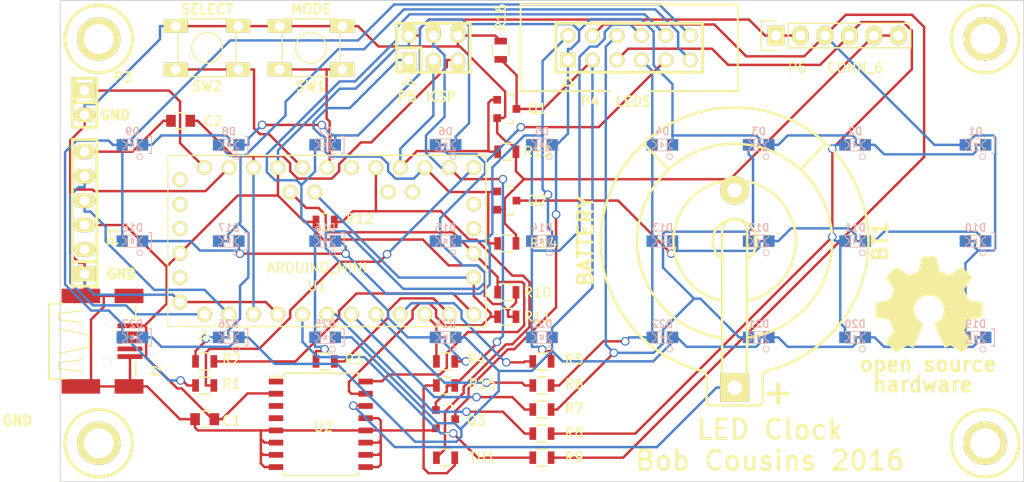
<source format=kicad_pcb>
(kicad_pcb (version 20171130) (host pcbnew "(5.1.12)-1")
  (layers (0 F.Cu signal) (31 B.Cu signal) (34 B.Paste user) (35 F.Paste user) (36 B.SilkS user hide) (37 F.SilkS user) (38 B.Mask user) (39 F.Mask user) (44 Edge.Cuts user))
  (net 0 "")
  (net 1 +5V)
  (net 2 /MISO)
  (net 3 /MOSI)
  (net 4 /SCK)
  (net 5 /SCL)
  (net 6 /SDA)
  (net 7 /SW1)
  (net 8 /SW2)
  (net 9 /VIN)
  (net 10 /~RST)
  (net 11 COL1)
  (net 12 COL2)
  (net 13 COL3)
  (net 14 COL4)
  (net 15 COL5)
  (net 16 COL6)
  (net 17 COL7)
  (net 18 COL8)
  (net 19 COL9)
  (net 20 GND)
  (net 21 ROW1)
  (net 22 ROW2)
  (net 23 ROW3)
  (net 24 RX)
  (net 25 TX)
  (net 26 "Net-(BT1-Pad1)")
  (net 27 "Net-(C2-Pad1)")
  (net 28 "Net-(P1-Pad2)")
  (net 29 "Net-(P2-Pad3)")
  (net 30 "Net-(P2-Pad2)")
  (net 31 "Net-(R1-Pad1)")
  (net 32 "Net-(R2-Pad1)")
  (net 33 "Net-(R3-Pad1)")
  (net 34 "Net-(R4-Pad1)")
  (net 35 "Net-(R5-Pad1)")
  (net 36 "Net-(R6-Pad1)")
  (net 37 "Net-(R7-Pad1)")
  (net 38 "Net-(R8-Pad1)")
  (net 39 "Net-(R9-Pad1)")
  (net 40 "Net-(R12-Pad2)")
  (net 41 "Net-(U1-PadA6)")
  (net 42 "Net-(U1-PadA7)")
  (net 43 "Net-(U1-PadA1)")
  (net 44 "Net-(U1-PadRX)")
  (net 45 "Net-(U1-PadTX)")
  (net 46 "Net-(U1-PadIO7)")
  (net 47 "Net-(U2-Pad1)")
  (net 48 "Net-(U2-Pad3)")
  (net 49 "Net-(U2-Pad4)")
  (module TO_SOT_Packages_SMD:SOT-23 (layer F.Cu) (at 122.555 72.39 270)
    (fp_text reference Q2 (at 0 -3.175) (layer F.SilkS))
    (fp_text value BSS138)
    (pad 1 smd rect (at -0.95 1.00076 270) (size 0.8001 0.8001) (layers F.Cu F.Paste F.Mask) (net 2 /MISO))
    (pad 2 smd rect (at 0.95 1.00076 270) (size 0.8001 0.8001) (layers F.Cu F.Paste F.Mask) (net 20 GND))
    (pad 3 smd rect (at 0 -0.99822 270) (size 0.8001 0.8001) (layers F.Cu F.Paste F.Mask) (net 22 ROW2))
  )
  (module Housings_SOIC:SOIC-16_7.5x10.3mm_Pitch1.27mm (layer F.Cu) (at 103.251 95.631)
    (fp_text reference U2 (at 0.254 0.254) (layer F.SilkS))
    (fp_text value DS3231N)
    (pad 1 smd rect (at -4.65 -4.445) (size 1.5 0.6) (layers F.Cu F.Paste F.Mask) (net 47 "Net-(U2-Pad1)"))
    (pad 2 smd rect (at -4.65 -3.175) (size 1.5 0.6) (layers F.Cu F.Paste F.Mask) (net 1 +5V))
    (pad 3 smd rect (at -4.65 -1.905) (size 1.5 0.6) (layers F.Cu F.Paste F.Mask) (net 48 "Net-(U2-Pad3)"))
    (pad 4 smd rect (at -4.65 -0.635) (size 1.5 0.6) (layers F.Cu F.Paste F.Mask) (net 49 "Net-(U2-Pad4)"))
    (pad 5 smd rect (at -4.65 0.635) (size 1.5 0.6) (layers F.Cu F.Paste F.Mask) (net 20 GND))
    (pad 6 smd rect (at -4.65 1.905) (size 1.5 0.6) (layers F.Cu F.Paste F.Mask) (net 20 GND))
    (pad 7 smd rect (at -4.65 3.175) (size 1.5 0.6) (layers F.Cu F.Paste F.Mask) (net 20 GND))
    (pad 8 smd rect (at -4.65 4.445) (size 1.5 0.6) (layers F.Cu F.Paste F.Mask) (net 20 GND))
    (pad 9 smd rect (at 4.65 4.445) (size 1.5 0.6) (layers F.Cu F.Paste F.Mask) (net 20 GND))
    (pad 10 smd rect (at 4.65 3.175) (size 1.5 0.6) (layers F.Cu F.Paste F.Mask) (net 20 GND))
    (pad 11 smd rect (at 4.65 1.905) (size 1.5 0.6) (layers F.Cu F.Paste F.Mask) (net 20 GND))
    (pad 12 smd rect (at 4.65 0.635) (size 1.5 0.6) (layers F.Cu F.Paste F.Mask) (net 20 GND))
    (pad 13 smd rect (at 4.65 -0.635) (size 1.5 0.6) (layers F.Cu F.Paste F.Mask) (net 20 GND))
    (pad 14 smd rect (at 4.65 -1.905) (size 1.5 0.6) (layers F.Cu F.Paste F.Mask) (net 26 "Net-(BT1-Pad1)"))
    (pad 15 smd rect (at 4.65 -3.175) (size 1.5 0.6) (layers F.Cu F.Paste F.Mask) (net 6 /SDA))
    (pad 16 smd rect (at 4.65 -4.445) (size 1.5 0.6) (layers F.Cu F.Paste F.Mask) (net 5 /SCL))
  )
  (module Capacitors_SMD:C_0805 (layer F.Cu) (at 91.2 95.1 180)
    (fp_text reference C1 (at -2.78 -0.15 180) (layer F.SilkS))
    (fp_text value 100nF)
    (pad 1 smd rect (at -1 0 180) (size 1 1.25) (layers F.Cu F.Paste F.Mask) (net 1 +5V))
    (pad 2 smd rect (at 1 0 180) (size 1 1.25) (layers F.Cu F.Paste F.Mask) (net 20 GND))
  )
  (module Capacitors_SMD:C_0805 (layer F.Cu) (at 88.7 64.1)
    (fp_text reference C2 (at 3.375 0.035) (layer F.SilkS))
    (fp_text value 100nF)
    (pad 1 smd rect (at -1 0) (size 1 1.25) (layers F.Cu F.Paste F.Mask) (net 27 "Net-(C2-Pad1)"))
    (pad 2 smd rect (at 1 0) (size 1 1.25) (layers F.Cu F.Paste F.Mask) (net 10 /~RST))
  )
  (module RMC:HOLE_M3 (layer F.Cu) (at 80.2 55.6)
    (fp_text reference H1 hide)
    (fp_text value HOLE_RMC hide)
    (pad "" thru_hole circle (at 0 0) (size 4.50088 4.50088) (drill 3.0988) (layers *.Cu *.Mask F.SilkS))
  )
  (module RMC:HOLE_M3 (layer F.Cu) (at 80.2 97.6)
    (fp_text reference H2 hide)
    (fp_text value HOLE_RMC hide)
    (pad "" thru_hole circle (at 0 0) (size 4.50088 4.50088) (drill 3.0988) (layers *.Cu *.Mask F.SilkS))
  )
  (module RMC:HOLE_M3 (layer F.Cu) (at 172.2 55.6)
    (fp_text reference H3 hide)
    (fp_text value HOLE_RMC hide)
    (pad "" thru_hole circle (at 0 0) (size 4.50088 4.50088) (drill 3.0988) (layers *.Cu *.Mask F.SilkS))
  )
  (module RMC:HOLE_M3 (layer F.Cu) (at 172.2 97.6)
    (fp_text reference H4 hide)
    (fp_text value HOLE_RMC hide)
    (pad "" thru_hole circle (at 0 0) (size 4.50088 4.50088) (drill 3.0988) (layers *.Cu *.Mask F.SilkS))
  )
  (module RMC:OSHW_logo_2 (layer F.Cu) (at 166.37 83.185)
    (fp_text reference M2 hide)
    (fp_text value LOGO_OSHW hide)
    (fp_text user hardware (at -0.64516 8.30072) (layer F.SilkS) (effects (font (size 1.524 1.524) (thickness 0.3048))))
    (fp_text user "open source" (at -0.09906 6.20014) (layer F.SilkS) (effects (font (size 1.524 1.524) (thickness 0.3048))))
  )
  (module w_pin_strip:pin_strip_6 (layer F.Cu) (at 78.74 73.66 90)
    (fp_text reference P1 (at -2.44 2.96 90) (layer F.SilkS) (effects (font (size 1.016 1.016) (thickness 0.2032))))
    (fp_text value SERIAL hide)
    (pad 1 thru_hole rect (at -6.35 0 90) (size 1.524 2.19964) (drill 1.00076) (layers *.Cu *.Mask F.SilkS) (net 20 GND))
    (pad 2 thru_hole oval (at -3.81 0 90) (size 1.524 2.19964) (drill 1.00076) (layers *.Cu *.Mask F.SilkS) (net 28 "Net-(P1-Pad2)"))
    (pad 3 thru_hole oval (at -1.27 0 90) (size 1.524 2.19964) (drill 1.00076) (layers *.Cu *.Mask F.SilkS) (net 1 +5V))
    (pad 4 thru_hole oval (at 1.27 0 90) (size 1.524 2.19964) (drill 1.00076) (layers *.Cu *.Mask F.SilkS) (net 24 RX))
    (pad 5 thru_hole oval (at 3.81 0 90) (size 1.524 2.19964) (drill 1.00076) (layers *.Cu *.Mask F.SilkS) (net 25 TX))
    (pad 6 thru_hole oval (at 6.35 0 90) (size 1.524 2.19964) (drill 1.00076) (layers *.Cu *.Mask F.SilkS) (net 27 "Net-(C2-Pad1)"))
  )
  (module w_pin_strip:pin_strip_2 (layer F.Cu) (at 78.74 62.23 270)
    (fp_text reference P3 (at -2.63 -3.96) (layer F.SilkS) (effects (font (size 1.016 1.016) (thickness 0.2032))))
    (fp_text value "5-9V IN" hide)
    (pad 1 thru_hole rect (at -1.27 0 270) (size 1.524 2.19964) (drill 1.00076) (layers *.Cu *.Mask F.SilkS) (net 9 /VIN))
    (pad 2 thru_hole oval (at 1.27 0 270) (size 1.524 2.19964) (drill 1.00076) (layers *.Cu *.Mask F.SilkS) (net 20 GND))
  )
  (module RMC:PIN_ARRAY_6x2_RMC (layer F.Cu) (at 135.255 56.515)
    (fp_text reference P4 (at -4.055 5.585) (layer F.SilkS) (effects (font (size 1.016 1.016) (thickness 0.2032))))
    (fp_text value LEDS (at 0.445 5.585) (layer F.SilkS) (effects (font (size 1.016 1.016) (thickness 0.2032))))
    (pad 1 thru_hole rect (at -6.35 1.27) (size 1.524 1.524) (drill 1.016) (layers *.Cu *.Mask F.SilkS) (net 21 ROW1))
    (pad 2 thru_hole circle (at -6.35 -1.27) (size 1.524 1.524) (drill 1.016) (layers *.Cu *.Mask F.SilkS) (net 22 ROW2))
    (pad 3 thru_hole circle (at -3.81 1.27) (size 1.524 1.524) (drill 1.016) (layers *.Cu *.Mask F.SilkS) (net 23 ROW3))
    (pad 4 thru_hole circle (at -3.81 -1.27) (size 1.524 1.524) (drill 1.016) (layers *.Cu *.Mask F.SilkS) (net 11 COL1))
    (pad 5 thru_hole circle (at -1.27 1.27) (size 1.524 1.524) (drill 1.016) (layers *.Cu *.Mask F.SilkS) (net 12 COL2))
    (pad 6 thru_hole circle (at -1.27 -1.27) (size 1.524 1.524) (drill 1.016) (layers *.Cu *.Mask F.SilkS) (net 13 COL3))
    (pad 7 thru_hole circle (at 1.27 1.27) (size 1.524 1.524) (drill 1.016) (layers *.Cu *.Mask F.SilkS) (net 14 COL4))
    (pad 8 thru_hole circle (at 1.27 -1.27) (size 1.524 1.524) (drill 1.016) (layers *.Cu *.Mask F.SilkS) (net 15 COL5))
    (pad 9 thru_hole circle (at 3.81 1.27) (size 1.524 1.524) (drill 1.016) (layers *.Cu *.Mask F.SilkS) (net 16 COL6))
    (pad 10 thru_hole circle (at 3.81 -1.27) (size 1.524 1.524) (drill 1.016) (layers *.Cu *.Mask F.SilkS) (net 17 COL7))
    (pad 11 thru_hole circle (at 6.35 1.27) (size 1.524 1.524) (drill 1.016) (layers *.Cu *.Mask F.SilkS) (net 18 COL8))
    (pad 12 thru_hole circle (at 6.35 -1.27) (size 1.524 1.524) (drill 1.016) (layers *.Cu *.Mask F.SilkS) (net 19 COL9))
  )
  (module w_pin_strip:pin_strip_3x2 (layer F.Cu) (at 114.935 56.515)
    (fp_text reference P5 (at -2.735 5.085) (layer F.SilkS) (effects (font (size 1.016 1.016) (thickness 0.2032))))
    (fp_text value ICSP (at 0.765 5.085) (layer F.SilkS) (effects (font (size 1.016 0.889) (thickness 0.2032))))
    (pad 1 thru_hole rect (at -2.54 1.27) (size 1.524 1.99898) (drill 1.00076 (offset 0 0.24892)) (layers *.Cu *.Mask F.SilkS) (net 2 /MISO))
    (pad 2 thru_hole oval (at -2.54 -1.27) (size 1.524 1.99898) (drill 1.00076 (offset 0 -0.24892)) (layers *.Cu *.Mask F.SilkS) (net 1 +5V))
    (pad 3 thru_hole oval (at 0 1.27) (size 1.524 1.99898) (drill 1.00076 (offset 0 0.24892)) (layers *.Cu *.Mask F.SilkS) (net 4 /SCK))
    (pad 4 thru_hole oval (at 0 -1.27) (size 1.524 1.99898) (drill 1.00076 (offset 0 -0.24892)) (layers *.Cu *.Mask F.SilkS) (net 3 /MOSI))
    (pad 5 thru_hole oval (at 2.54 1.27) (size 1.524 1.99898) (drill 1.00076 (offset 0 0.24892)) (layers *.Cu *.Mask F.SilkS) (net 10 /~RST))
    (pad 6 thru_hole oval (at 2.54 -1.27) (size 1.524 1.99898) (drill 1.00076 (offset 0 -0.24892)) (layers *.Cu *.Mask F.SilkS) (net 20 GND))
  )
  (module Pin_Headers:Pin_Header_Straight_1x06 (layer F.Cu) (at 150.495 55.245 90)
    (fp_text reference P6 (at -3.355 2.205 180) (layer F.SilkS))
    (fp_text value CONN_6 (at -3.355 8.205 180) (layer F.SilkS))
    (pad 1 thru_hole rect (at 0 0 90) (size 2.032 1.7272) (drill 1.016) (layers *.Cu *.Mask F.SilkS) (net 1 +5V))
    (pad 2 thru_hole oval (at 0 2.54 90) (size 2.032 1.7272) (drill 1.016) (layers *.Cu *.Mask F.SilkS) (net 1 +5V))
    (pad 3 thru_hole oval (at 0 5.08 90) (size 2.032 1.7272) (drill 1.016) (layers *.Cu *.Mask F.SilkS) (net 11 COL1))
    (pad 4 thru_hole oval (at 0 7.62 90) (size 2.032 1.7272) (drill 1.016) (layers *.Cu *.Mask F.SilkS) (net 12 COL2))
    (pad 5 thru_hole oval (at 0 10.16 90) (size 2.032 1.7272) (drill 1.016) (layers *.Cu *.Mask F.SilkS) (net 20 GND))
    (pad 6 thru_hole oval (at 0 12.7 90) (size 2.032 1.7272) (drill 1.016) (layers *.Cu *.Mask F.SilkS) (net 20 GND))
  )
  (module TO_SOT_Packages_SMD:SOT-23 (layer F.Cu) (at 122.555 62.865 270)
    (fp_text reference Q1 (at 0 -3.175) (layer F.SilkS))
    (fp_text value BSS138)
    (pad 1 smd rect (at -0.95 1.00076 270) (size 0.8001 0.8001) (layers F.Cu F.Paste F.Mask) (net 4 /SCK))
    (pad 2 smd rect (at 0.95 1.00076 270) (size 0.8001 0.8001) (layers F.Cu F.Paste F.Mask) (net 20 GND))
    (pad 3 smd rect (at 0 -0.99822 270) (size 0.8001 0.8001) (layers F.Cu F.Paste F.Mask) (net 23 ROW3))
  )
  (module TO_SOT_Packages_SMD:SOT-23 (layer F.Cu) (at 116.2 95.1 270)
    (fp_text reference Q3 (at 0.15 -3.18) (layer F.SilkS))
    (fp_text value BSS138)
    (pad 1 smd rect (at -0.95 1.00076 270) (size 0.8001 0.8001) (layers F.Cu F.Paste F.Mask) (net 3 /MOSI))
    (pad 2 smd rect (at 0.95 1.00076 270) (size 0.8001 0.8001) (layers F.Cu F.Paste F.Mask) (net 20 GND))
    (pad 3 smd rect (at 0 -0.99822 270) (size 0.8001 0.8001) (layers F.Cu F.Paste F.Mask) (net 21 ROW1))
  )
  (module Resistors_SMD:R_0805 (layer F.Cu) (at 91.2 91.6 180)
    (fp_text reference R1 (at -2.78 0.16 180) (layer F.SilkS))
    (fp_text value 220)
    (pad 1 smd rect (at -0.95 0 180) (size 0.7 1.3) (layers F.Cu F.Paste F.Mask) (net 31 "Net-(R1-Pad1)"))
    (pad 2 smd rect (at 0.95 0 180) (size 0.7 1.3) (layers F.Cu F.Paste F.Mask) (net 19 COL9))
  )
  (module Resistors_SMD:R_0805 (layer F.Cu) (at 91.2 89.1 180)
    (fp_text reference R2 (at -2.78 0.2 180) (layer F.SilkS))
    (fp_text value 220)
    (pad 1 smd rect (at -0.95 0 180) (size 0.7 1.3) (layers F.Cu F.Paste F.Mask) (net 32 "Net-(R2-Pad1)"))
    (pad 2 smd rect (at 0.95 0 180) (size 0.7 1.3) (layers F.Cu F.Paste F.Mask) (net 18 COL8))
  )
  (module Resistors_SMD:R_0805 (layer F.Cu) (at 103.7 89.1 180)
    (fp_text reference R3 (at -2.98 0.2 180) (layer F.SilkS))
    (fp_text value 220)
    (pad 1 smd rect (at -0.95 0 180) (size 0.7 1.3) (layers F.Cu F.Paste F.Mask) (net 33 "Net-(R3-Pad1)"))
    (pad 2 smd rect (at 0.95 0 180) (size 0.7 1.3) (layers F.Cu F.Paste F.Mask) (net 17 COL7))
  )
  (module Resistors_SMD:R_0805 (layer F.Cu) (at 116.2 89.1)
    (fp_text reference R4 (at 3.18 -0.2) (layer F.SilkS))
    (fp_text value 220)
    (pad 1 smd rect (at -0.95 0) (size 0.7 1.3) (layers F.Cu F.Paste F.Mask) (net 34 "Net-(R4-Pad1)"))
    (pad 2 smd rect (at 0.95 0) (size 0.7 1.3) (layers F.Cu F.Paste F.Mask) (net 16 COL6))
  )
  (module Resistors_SMD:R_0805 (layer F.Cu) (at 126.2 89.1)
    (fp_text reference R5 (at 3.34 -0.2) (layer F.SilkS))
    (fp_text value 220)
    (pad 1 smd rect (at -0.95 0) (size 0.7 1.3) (layers F.Cu F.Paste F.Mask) (net 35 "Net-(R5-Pad1)"))
    (pad 2 smd rect (at 0.95 0) (size 0.7 1.3) (layers F.Cu F.Paste F.Mask) (net 15 COL5))
  )
  (module Resistors_SMD:R_0805 (layer F.Cu) (at 126.2 91.6)
    (fp_text reference R6 (at 3.34 -0.16) (layer F.SilkS))
    (fp_text value 220)
    (pad 1 smd rect (at -0.95 0) (size 0.7 1.3) (layers F.Cu F.Paste F.Mask) (net 36 "Net-(R6-Pad1)"))
    (pad 2 smd rect (at 0.95 0) (size 0.7 1.3) (layers F.Cu F.Paste F.Mask) (net 14 COL4))
  )
  (module Resistors_SMD:R_0805 (layer F.Cu) (at 126.2 94.1)
    (fp_text reference R7 (at 3.34 -0.12) (layer F.SilkS))
    (fp_text value 220)
    (pad 1 smd rect (at -0.95 0) (size 0.7 1.3) (layers F.Cu F.Paste F.Mask) (net 37 "Net-(R7-Pad1)"))
    (pad 2 smd rect (at 0.95 0) (size 0.7 1.3) (layers F.Cu F.Paste F.Mask) (net 13 COL3))
  )
  (module Resistors_SMD:R_0805 (layer F.Cu) (at 126.2 96.6)
    (fp_text reference R8 (at 3.34 -0.08) (layer F.SilkS))
    (fp_text value 220)
    (pad 1 smd rect (at -0.95 0) (size 0.7 1.3) (layers F.Cu F.Paste F.Mask) (net 38 "Net-(R8-Pad1)"))
    (pad 2 smd rect (at 0.95 0) (size 0.7 1.3) (layers F.Cu F.Paste F.Mask) (net 12 COL2))
  )
  (module Resistors_SMD:R_0805 (layer F.Cu) (at 126.2 99.1)
    (fp_text reference R9 (at 3.34 -0.04) (layer F.SilkS))
    (fp_text value 220)
    (pad 1 smd rect (at -0.95 0) (size 0.7 1.3) (layers F.Cu F.Paste F.Mask) (net 39 "Net-(R9-Pad1)"))
    (pad 2 smd rect (at 0.95 0) (size 0.7 1.3) (layers F.Cu F.Paste F.Mask) (net 11 COL1))
  )
  (module Resistors_SMD:R_0805 (layer F.Cu) (at 122.555 81.915)
    (fp_text reference R10 (at 3.175 0) (layer F.SilkS))
    (fp_text value 4k7)
    (pad 1 smd rect (at -0.95 0) (size 0.7 1.3) (layers F.Cu F.Paste F.Mask) (net 5 /SCL))
    (pad 2 smd rect (at 0.95 0) (size 0.7 1.3) (layers F.Cu F.Paste F.Mask) (net 1 +5V))
  )
  (module Resistors_SMD:R_0805 (layer F.Cu) (at 122.555 84.455)
    (fp_text reference R11 (at 3.175 0) (layer F.SilkS))
    (fp_text value 4k7)
    (pad 1 smd rect (at -0.95 0) (size 0.7 1.3) (layers F.Cu F.Paste F.Mask) (net 6 /SDA))
    (pad 2 smd rect (at 0.95 0) (size 0.7 1.3) (layers F.Cu F.Paste F.Mask) (net 1 +5V))
  )
  (module Resistors_SMD:R_0805 (layer F.Cu) (at 103.7 74.6)
    (fp_text reference R12 (at 3.615 -0.305) (layer F.SilkS))
    (fp_text value 4k7)
    (pad 1 smd rect (at -0.95 0) (size 0.7 1.3) (layers F.Cu F.Paste F.Mask) (net 1 +5V))
    (pad 2 smd rect (at 0.95 0) (size 0.7 1.3) (layers F.Cu F.Paste F.Mask) (net 40 "Net-(R12-Pad2)"))
  )
  (module Resistors_SMD:R_0805 (layer F.Cu) (at 122.555 67.31)
    (fp_text reference R13 (at 3.175 0) (layer F.SilkS))
    (fp_text value 10k)
    (pad 1 smd rect (at -0.95 0) (size 0.7 1.3) (layers F.Cu F.Paste F.Mask) (net 4 /SCK))
    (pad 2 smd rect (at 0.95 0) (size 0.7 1.3) (layers F.Cu F.Paste F.Mask) (net 20 GND))
  )
  (module Resistors_SMD:R_0805 (layer F.Cu) (at 122.555 76.835)
    (fp_text reference R14 (at 3.81 0) (layer F.SilkS))
    (fp_text value 10k)
    (pad 1 smd rect (at -0.95 0) (size 0.7 1.3) (layers F.Cu F.Paste F.Mask) (net 2 /MISO))
    (pad 2 smd rect (at 0.95 0) (size 0.7 1.3) (layers F.Cu F.Paste F.Mask) (net 20 GND))
  )
  (module Resistors_SMD:R_0805 (layer F.Cu) (at 116.2 91.6 180)
    (fp_text reference R15 (at -3.815 0.16 180) (layer F.SilkS))
    (fp_text value 10k)
    (pad 1 smd rect (at -0.95 0 180) (size 0.7 1.3) (layers F.Cu F.Paste F.Mask) (net 3 /MOSI))
    (pad 2 smd rect (at 0.95 0 180) (size 0.7 1.3) (layers F.Cu F.Paste F.Mask) (net 20 GND))
  )
  (module Resistors_SMD:R_0805 (layer F.Cu) (at 121.92 56.769 90)
    (fp_text reference R16 (at 3.429 0 90) (layer F.SilkS))
    (fp_text value 0R)
    (pad 1 smd rect (at -0.95 0 90) (size 0.7 1.3) (layers F.Cu F.Paste F.Mask) (net 23 ROW3))
    (pad 2 smd rect (at 0.95 0 90) (size 0.7 1.3) (layers F.Cu F.Paste F.Mask) (net 20 GND))
  )
  (module Resistors_SMD:R_0805 (layer F.Cu) (at 116.2 99.1)
    (fp_text reference TH1 (at 3.815 -0.04) (layer F.SilkS))
    (fp_text value 10k)
    (pad 1 smd rect (at -0.95 0) (size 0.7 1.3) (layers F.Cu F.Paste F.Mask) (net 40 "Net-(R12-Pad2)"))
    (pad 2 smd rect (at 0.95 0) (size 0.7 1.3) (layers F.Cu F.Paste F.Mask) (net 20 GND))
  )
  (module RMC:ARDUINO_MINI (layer F.Cu) (at 91.186 84.201 90)
    (fp_text reference U1 (at 2.921 11.684 180) (layer F.SilkS))
    (fp_text value ARDUINO_MINI (at 4.826 11.684 180) (layer F.SilkS))
    (pad 0 thru_hole circle (at 0 2.54 90) (size 1.524 1.524) (drill 1.016) (layers *.Cu *.Mask F.SilkS) (net 24 RX))
    (pad RST thru_hole circle (at 0 5.08 90) (size 1.524 1.524) (drill 1.016) (layers *.Cu *.Mask F.SilkS) (net 10 /~RST))
    (pad GND thru_hole circle (at 0 7.62 90) (size 1.524 1.524) (drill 1.016) (layers *.Cu *.Mask F.SilkS) (net 20 GND))
    (pad 1 thru_hole circle (at 0 0 90) (size 1.524 1.524) (drill 1.016) (layers *.Cu *.Mask F.SilkS) (net 25 TX))
    (pad 2 thru_hole circle (at 0 10.16 90) (size 1.524 1.524) (drill 1.016) (layers *.Cu *.Mask F.SilkS) (net 39 "Net-(R9-Pad1)"))
    (pad 3 thru_hole circle (at 0 12.7 90) (size 1.524 1.524) (drill 1.016) (layers *.Cu *.Mask F.SilkS) (net 38 "Net-(R8-Pad1)"))
    (pad 4 thru_hole circle (at 0 15.24 90) (size 1.524 1.524) (drill 1.016) (layers *.Cu *.Mask F.SilkS) (net 37 "Net-(R7-Pad1)"))
    (pad 5 thru_hole circle (at 0 17.78 90) (size 1.524 1.524) (drill 1.016) (layers *.Cu *.Mask F.SilkS) (net 36 "Net-(R6-Pad1)"))
    (pad 6 thru_hole circle (at 0 20.32 90) (size 1.524 1.524) (drill 1.016) (layers *.Cu *.Mask F.SilkS) (net 35 "Net-(R5-Pad1)"))
    (pad 7 thru_hole circle (at 0 22.86 90) (size 1.524 1.524) (drill 1.016) (layers *.Cu *.Mask F.SilkS) (net 34 "Net-(R4-Pad1)"))
    (pad 8 thru_hole circle (at 0 25.4 90) (size 1.524 1.524) (drill 1.016) (layers *.Cu *.Mask F.SilkS) (net 33 "Net-(R3-Pad1)"))
    (pad 9 thru_hole circle (at 0 27.94 90) (size 1.524 1.524) (drill 1.016) (layers *.Cu *.Mask F.SilkS) (net 32 "Net-(R2-Pad1)"))
    (pad A4 thru_hole circle (at 3.81 27.94 90) (size 1.524 1.524) (drill 1.016) (layers *.Cu *.Mask F.SilkS) (net 6 /SDA))
    (pad A5 thru_hole circle (at 6.35 27.94 90) (size 1.524 1.524) (drill 1.016) (layers *.Cu *.Mask F.SilkS) (net 5 /SCL))
    (pad A6 thru_hole circle (at 8.89 27.94 90) (size 1.524 1.524) (drill 1.016) (layers *.Cu *.Mask F.SilkS) (net 41 "Net-(U1-PadA6)"))
    (pad A7 thru_hole circle (at 11.43 27.94 90) (size 1.524 1.524) (drill 1.016) (layers *.Cu *.Mask F.SilkS) (net 42 "Net-(U1-PadA7)"))
    (pad 10 thru_hole circle (at 15.24 27.94 90) (size 1.524 1.524) (drill 1.016) (layers *.Cu *.Mask F.SilkS) (net 31 "Net-(R1-Pad1)"))
    (pad 11 thru_hole circle (at 15.24 25.4 90) (size 1.524 1.524) (drill 1.016) (layers *.Cu *.Mask F.SilkS) (net 3 /MOSI))
    (pad 12 thru_hole circle (at 15.24 22.86 90) (size 1.524 1.524) (drill 1.016) (layers *.Cu *.Mask F.SilkS) (net 2 /MISO))
    (pad 13 thru_hole circle (at 15.24 20.32 90) (size 1.524 1.524) (drill 1.016) (layers *.Cu *.Mask F.SilkS) (net 4 /SCK))
    (pad A0 thru_hole circle (at 15.24 17.78 90) (size 1.524 1.524) (drill 1.016) (layers *.Cu *.Mask F.SilkS) (net 40 "Net-(R12-Pad2)"))
    (pad A1 thru_hole circle (at 15.24 15.24 90) (size 1.524 1.524) (drill 1.016) (layers *.Cu *.Mask F.SilkS) (net 43 "Net-(U1-PadA1)"))
    (pad A2 thru_hole circle (at 15.24 12.7 90) (size 1.524 1.524) (drill 1.016) (layers *.Cu *.Mask F.SilkS) (net 7 /SW1))
    (pad A3 thru_hole circle (at 15.24 10.16 90) (size 1.524 1.524) (drill 1.016) (layers *.Cu *.Mask F.SilkS) (net 8 /SW2))
    (pad +5V thru_hole circle (at 15.24 7.62 90) (size 1.524 1.524) (drill 1.016) (layers *.Cu *.Mask F.SilkS) (net 1 +5V))
    (pad RST thru_hole circle (at 15.24 5.08 90) (size 1.524 1.524) (drill 1.016) (layers *.Cu *.Mask F.SilkS) (net 10 /~RST))
    (pad GND thru_hole circle (at 15.24 2.54 90) (size 1.524 1.524) (drill 1.016) (layers *.Cu *.Mask F.SilkS) (net 20 GND))
    (pad VIN thru_hole circle (at 15.24 0 90) (size 1.524 1.524) (drill 1.016) (layers *.Cu *.Mask F.SilkS) (net 9 /VIN))
    (pad GND thru_hole circle (at 1.27 -2.54 90) (size 1.524 1.524) (drill 1.016) (layers *.Cu *.Mask F.SilkS) (net 20 GND))
    (pad +5V thru_hole circle (at 6.35 -2.54 90) (size 1.524 1.524) (drill 1.016) (layers *.Cu *.Mask F.SilkS) (net 1 +5V))
    (pad RX thru_hole circle (at 8.89 -2.54 90) (size 1.524 1.524) (drill 1.016) (layers *.Cu *.Mask F.SilkS) (net 44 "Net-(U1-PadRX)"))
    (pad TX thru_hole circle (at 11.43 -2.54 90) (size 1.524 1.524) (drill 1.016) (layers *.Cu *.Mask F.SilkS) (net 45 "Net-(U1-PadTX)"))
    (pad IO7 thru_hole circle (at 13.97 -2.54 90) (size 1.524 1.524) (drill 1.016) (layers *.Cu *.Mask F.SilkS) (net 46 "Net-(U1-PadIO7)"))
    (pad A6 thru_hole circle (at 12.7 21.59 90) (size 1.524 1.524) (drill 1.016) (layers *.Cu *.Mask F.SilkS) (net 41 "Net-(U1-PadA6)"))
    (pad A7 thru_hole circle (at 12.7 19.05 90) (size 1.524 1.524) (drill 1.016) (layers *.Cu *.Mask F.SilkS) (net 42 "Net-(U1-PadA7)"))
    (pad A4 thru_hole circle (at 12.7 11.43 90) (size 1.524 1.524) (drill 1.016) (layers *.Cu *.Mask F.SilkS) (net 6 /SDA))
    (pad A5 thru_hole circle (at 12.7 8.89 90) (size 1.524 1.524) (drill 1.016) (layers *.Cu *.Mask F.SilkS) (net 5 /SCL))
    (pad "" thru_hole circle (at 3.81 -2.54 90) (size 1.524 1.524) (drill 1.016) (layers *.Cu *.Mask F.SilkS))
  )
  (module RMC:LED-0805_RED (layer B.Cu) (at 171.2 66.6)
    (fp_text reference D1 (at 0 -1.397) (layer B.SilkS) (effects (font (size 0.762 0.762) (thickness 0.127)) (justify mirror)))
    (fp_text value LED hide)
    (pad 2 smd rect (at -1.04902 0) (size 1.19888 1.19888) (layers B.Cu B.Paste B.Mask) (net 11 COL1))
    (pad 1 smd rect (at 1.04902 0) (size 1.19888 1.19888) (layers B.Cu B.Paste B.Mask) (net 21 ROW1))
  )
  (module RMC:LED-0805_RED (layer B.Cu) (at 83.7 86.6)
    (fp_text reference D27 (at 0 -1.397) (layer B.SilkS) (effects (font (size 0.762 0.762) (thickness 0.127)) (justify mirror)))
    (fp_text value LED hide)
    (pad 2 smd rect (at -1.04902 0) (size 1.19888 1.19888) (layers B.Cu B.Paste B.Mask) (net 19 COL9))
    (pad 1 smd rect (at 1.04902 0) (size 1.19888 1.19888) (layers B.Cu B.Paste B.Mask) (net 23 ROW3))
  )
  (module RMC:LED-0805_RED (layer B.Cu) (at 93.7 86.6)
    (fp_text reference D26 (at 0 -1.397) (layer B.SilkS) (effects (font (size 0.762 0.762) (thickness 0.127)) (justify mirror)))
    (fp_text value LED hide)
    (pad 2 smd rect (at -1.04902 0) (size 1.19888 1.19888) (layers B.Cu B.Paste B.Mask) (net 18 COL8))
    (pad 1 smd rect (at 1.04902 0) (size 1.19888 1.19888) (layers B.Cu B.Paste B.Mask) (net 23 ROW3))
  )
  (module RMC:LED-0805_RED (layer B.Cu) (at 103.7 86.6)
    (fp_text reference D25 (at 0 -1.397) (layer B.SilkS) (effects (font (size 0.762 0.762) (thickness 0.127)) (justify mirror)))
    (fp_text value LED hide)
    (pad 2 smd rect (at -1.04902 0) (size 1.19888 1.19888) (layers B.Cu B.Paste B.Mask) (net 17 COL7))
    (pad 1 smd rect (at 1.04902 0) (size 1.19888 1.19888) (layers B.Cu B.Paste B.Mask) (net 23 ROW3))
  )
  (module RMC:LED-0805_RED (layer B.Cu) (at 171.2 86.6)
    (fp_text reference D19 (at 0 -1.397) (layer B.SilkS) (effects (font (size 0.762 0.762) (thickness 0.127)) (justify mirror)))
    (fp_text value LED hide)
    (pad 2 smd rect (at -1.04902 0) (size 1.19888 1.19888) (layers B.Cu B.Paste B.Mask) (net 11 COL1))
    (pad 1 smd rect (at 1.04902 0) (size 1.19888 1.19888) (layers B.Cu B.Paste B.Mask) (net 23 ROW3))
  )
  (module RMC:LED-0805_RED (layer B.Cu) (at 83.7 76.6)
    (fp_text reference D18 (at 0 -1.397) (layer B.SilkS) (effects (font (size 0.762 0.762) (thickness 0.127)) (justify mirror)))
    (fp_text value LED hide)
    (pad 2 smd rect (at -1.04902 0) (size 1.19888 1.19888) (layers B.Cu B.Paste B.Mask) (net 19 COL9))
    (pad 1 smd rect (at 1.04902 0) (size 1.19888 1.19888) (layers B.Cu B.Paste B.Mask) (net 22 ROW2))
  )
  (module RMC:LED-0805_RED (layer B.Cu) (at 93.7 76.6)
    (fp_text reference D17 (at 0 -1.397) (layer B.SilkS) (effects (font (size 0.762 0.762) (thickness 0.127)) (justify mirror)))
    (fp_text value LED hide)
    (pad 2 smd rect (at -1.04902 0) (size 1.19888 1.19888) (layers B.Cu B.Paste B.Mask) (net 18 COL8))
    (pad 1 smd rect (at 1.04902 0) (size 1.19888 1.19888) (layers B.Cu B.Paste B.Mask) (net 22 ROW2))
  )
  (module RMC:LED-0805_RED (layer B.Cu) (at 103.7 76.6)
    (fp_text reference D16 (at 0 -1.397) (layer B.SilkS) (effects (font (size 0.762 0.762) (thickness 0.127)) (justify mirror)))
    (fp_text value LED hide)
    (pad 2 smd rect (at -1.04902 0) (size 1.19888 1.19888) (layers B.Cu B.Paste B.Mask) (net 17 COL7))
    (pad 1 smd rect (at 1.04902 0) (size 1.19888 1.19888) (layers B.Cu B.Paste B.Mask) (net 22 ROW2))
  )
  (module RMC:LED-0805_RED (layer B.Cu) (at 171.2 76.6)
    (fp_text reference D10 (at 0 -1.397) (layer B.SilkS) (effects (font (size 0.762 0.762) (thickness 0.127)) (justify mirror)))
    (fp_text value LED hide)
    (pad 2 smd rect (at -1.04902 0) (size 1.19888 1.19888) (layers B.Cu B.Paste B.Mask) (net 11 COL1))
    (pad 1 smd rect (at 1.04902 0) (size 1.19888 1.19888) (layers B.Cu B.Paste B.Mask) (net 22 ROW2))
  )
  (module RMC:LED-0805_RED (layer B.Cu) (at 83.7 66.6)
    (fp_text reference D9 (at 0 -1.397) (layer B.SilkS) (effects (font (size 0.762 0.762) (thickness 0.127)) (justify mirror)))
    (fp_text value LED hide)
    (pad 2 smd rect (at -1.04902 0) (size 1.19888 1.19888) (layers B.Cu B.Paste B.Mask) (net 19 COL9))
    (pad 1 smd rect (at 1.04902 0) (size 1.19888 1.19888) (layers B.Cu B.Paste B.Mask) (net 21 ROW1))
  )
  (module RMC:LED-0805_RED (layer B.Cu) (at 93.7 66.6)
    (fp_text reference D8 (at 0 -1.397) (layer B.SilkS) (effects (font (size 0.762 0.762) (thickness 0.127)) (justify mirror)))
    (fp_text value LED hide)
    (pad 2 smd rect (at -1.04902 0) (size 1.19888 1.19888) (layers B.Cu B.Paste B.Mask) (net 18 COL8))
    (pad 1 smd rect (at 1.04902 0) (size 1.19888 1.19888) (layers B.Cu B.Paste B.Mask) (net 21 ROW1))
  )
  (module RMC:LED-0805_RED (layer B.Cu) (at 103.7 66.6)
    (fp_text reference D7 (at 0 -1.397) (layer B.SilkS) (effects (font (size 0.762 0.762) (thickness 0.127)) (justify mirror)))
    (fp_text value LED hide)
    (pad 2 smd rect (at -1.04902 0) (size 1.19888 1.19888) (layers B.Cu B.Paste B.Mask) (net 17 COL7))
    (pad 1 smd rect (at 1.04902 0) (size 1.19888 1.19888) (layers B.Cu B.Paste B.Mask) (net 21 ROW1))
  )
  (module RMC:LED-0805_BLUE (layer B.Cu) (at 116.2 86.6)
    (fp_text reference D24 (at 0 -1.397) (layer B.SilkS) (effects (font (size 0.762 0.762) (thickness 0.127)) (justify mirror)))
    (fp_text value LED hide)
    (pad 2 smd rect (at -1.04902 0) (size 1.19888 1.19888) (layers B.Cu B.Paste B.Mask) (net 16 COL6))
    (pad 1 smd rect (at 1.04902 0) (size 1.19888 1.19888) (layers B.Cu B.Paste B.Mask) (net 23 ROW3))
  )
  (module RMC:LED-0805_BLUE (layer B.Cu) (at 126.2 86.6)
    (fp_text reference D23 (at 0 -1.397) (layer B.SilkS) (effects (font (size 0.762 0.762) (thickness 0.127)) (justify mirror)))
    (fp_text value LED hide)
    (pad 2 smd rect (at -1.04902 0) (size 1.19888 1.19888) (layers B.Cu B.Paste B.Mask) (net 15 COL5))
    (pad 1 smd rect (at 1.04902 0) (size 1.19888 1.19888) (layers B.Cu B.Paste B.Mask) (net 23 ROW3))
  )
  (module RMC:LED-0805_BLUE (layer B.Cu) (at 116.2 76.6)
    (fp_text reference D15 (at 0 -1.397) (layer B.SilkS) (effects (font (size 0.762 0.762) (thickness 0.127)) (justify mirror)))
    (fp_text value LED hide)
    (pad 2 smd rect (at -1.04902 0) (size 1.19888 1.19888) (layers B.Cu B.Paste B.Mask) (net 16 COL6))
    (pad 1 smd rect (at 1.04902 0) (size 1.19888 1.19888) (layers B.Cu B.Paste B.Mask) (net 22 ROW2))
  )
  (module RMC:LED-0805_BLUE (layer B.Cu) (at 126.2 76.6)
    (fp_text reference D14 (at 0 -1.397) (layer B.SilkS) (effects (font (size 0.762 0.762) (thickness 0.127)) (justify mirror)))
    (fp_text value LED hide)
    (pad 2 smd rect (at -1.04902 0) (size 1.19888 1.19888) (layers B.Cu B.Paste B.Mask) (net 15 COL5))
    (pad 1 smd rect (at 1.04902 0) (size 1.19888 1.19888) (layers B.Cu B.Paste B.Mask) (net 22 ROW2))
  )
  (module RMC:LED-0805_BLUE (layer B.Cu) (at 116.2 66.6)
    (fp_text reference D6 (at 0 -1.397) (layer B.SilkS) (effects (font (size 0.762 0.762) (thickness 0.127)) (justify mirror)))
    (fp_text value LED hide)
    (pad 2 smd rect (at -1.04902 0) (size 1.19888 1.19888) (layers B.Cu B.Paste B.Mask) (net 16 COL6))
    (pad 1 smd rect (at 1.04902 0) (size 1.19888 1.19888) (layers B.Cu B.Paste B.Mask) (net 21 ROW1))
  )
  (module RMC:LED-0805_BLUE (layer B.Cu) (at 126.2 66.6)
    (fp_text reference D5 (at 0 -1.397) (layer B.SilkS) (effects (font (size 0.762 0.762) (thickness 0.127)) (justify mirror)))
    (fp_text value LED hide)
    (pad 2 smd rect (at -1.04902 0) (size 1.19888 1.19888) (layers B.Cu B.Paste B.Mask) (net 15 COL5))
    (pad 1 smd rect (at 1.04902 0) (size 1.19888 1.19888) (layers B.Cu B.Paste B.Mask) (net 21 ROW1))
  )
  (module RMC:LED-0805_GREEN (layer B.Cu) (at 158.7 66.6)
    (fp_text reference D2 (at 0 -1.397) (layer B.SilkS) (effects (font (size 0.762 0.762) (thickness 0.127)) (justify mirror)))
    (fp_text value LED hide)
    (pad 2 smd rect (at -1.04902 0) (size 1.19888 1.19888) (layers B.Cu B.Paste B.Mask) (net 12 COL2))
    (pad 1 smd rect (at 1.04902 0) (size 1.19888 1.19888) (layers B.Cu B.Paste B.Mask) (net 21 ROW1))
  )
  (module RMC:LED-0805_GREEN (layer B.Cu) (at 148.7 66.6)
    (fp_text reference D3 (at 0 -1.397) (layer B.SilkS) (effects (font (size 0.762 0.762) (thickness 0.127)) (justify mirror)))
    (fp_text value LED hide)
    (pad 2 smd rect (at -1.04902 0) (size 1.19888 1.19888) (layers B.Cu B.Paste B.Mask) (net 13 COL3))
    (pad 1 smd rect (at 1.04902 0) (size 1.19888 1.19888) (layers B.Cu B.Paste B.Mask) (net 21 ROW1))
  )
  (module RMC:LED-0805_GREEN (layer B.Cu) (at 138.7 66.6)
    (fp_text reference D4 (at 0 -1.397) (layer B.SilkS) (effects (font (size 0.762 0.762) (thickness 0.127)) (justify mirror)))
    (fp_text value LED hide)
    (pad 2 smd rect (at -1.04902 0) (size 1.19888 1.19888) (layers B.Cu B.Paste B.Mask) (net 14 COL4))
    (pad 1 smd rect (at 1.04902 0) (size 1.19888 1.19888) (layers B.Cu B.Paste B.Mask) (net 21 ROW1))
  )
  (module RMC:LED-0805_GREEN (layer B.Cu) (at 158.7 76.6)
    (fp_text reference D11 (at 0 -1.397) (layer B.SilkS) (effects (font (size 0.762 0.762) (thickness 0.127)) (justify mirror)))
    (fp_text value LED hide)
    (pad 2 smd rect (at -1.04902 0) (size 1.19888 1.19888) (layers B.Cu B.Paste B.Mask) (net 12 COL2))
    (pad 1 smd rect (at 1.04902 0) (size 1.19888 1.19888) (layers B.Cu B.Paste B.Mask) (net 22 ROW2))
  )
  (module RMC:LED-0805_GREEN (layer B.Cu) (at 148.7 76.6)
    (fp_text reference D12 (at 0 -1.397) (layer B.SilkS) (effects (font (size 0.762 0.762) (thickness 0.127)) (justify mirror)))
    (fp_text value LED hide)
    (pad 2 smd rect (at -1.04902 0) (size 1.19888 1.19888) (layers B.Cu B.Paste B.Mask) (net 13 COL3))
    (pad 1 smd rect (at 1.04902 0) (size 1.19888 1.19888) (layers B.Cu B.Paste B.Mask) (net 22 ROW2))
  )
  (module RMC:LED-0805_GREEN (layer B.Cu) (at 138.7 76.6)
    (fp_text reference D13 (at 0 -1.397) (layer B.SilkS) (effects (font (size 0.762 0.762) (thickness 0.127)) (justify mirror)))
    (fp_text value LED hide)
    (pad 2 smd rect (at -1.04902 0) (size 1.19888 1.19888) (layers B.Cu B.Paste B.Mask) (net 14 COL4))
    (pad 1 smd rect (at 1.04902 0) (size 1.19888 1.19888) (layers B.Cu B.Paste B.Mask) (net 22 ROW2))
  )
  (module RMC:LED-0805_GREEN (layer B.Cu) (at 158.7 86.6)
    (fp_text reference D20 (at 0 -1.397) (layer B.SilkS) (effects (font (size 0.762 0.762) (thickness 0.127)) (justify mirror)))
    (fp_text value LED hide)
    (pad 2 smd rect (at -1.04902 0) (size 1.19888 1.19888) (layers B.Cu B.Paste B.Mask) (net 12 COL2))
    (pad 1 smd rect (at 1.04902 0) (size 1.19888 1.19888) (layers B.Cu B.Paste B.Mask) (net 23 ROW3))
  )
  (module RMC:LED-0805_GREEN (layer B.Cu) (at 148.7 86.6)
    (fp_text reference D21 (at 0 -1.397) (layer B.SilkS) (effects (font (size 0.762 0.762) (thickness 0.127)) (justify mirror)))
    (fp_text value LED hide)
    (pad 2 smd rect (at -1.04902 0) (size 1.19888 1.19888) (layers B.Cu B.Paste B.Mask) (net 13 COL3))
    (pad 1 smd rect (at 1.04902 0) (size 1.19888 1.19888) (layers B.Cu B.Paste B.Mask) (net 23 ROW3))
  )
  (module RMC:LED-0805_GREEN (layer B.Cu) (at 138.7 86.6)
    (fp_text reference D22 (at 0 -1.397) (layer B.SilkS) (effects (font (size 0.762 0.762) (thickness 0.127)) (justify mirror)))
    (fp_text value LED hide)
    (pad 2 smd rect (at -1.04902 0) (size 1.19888 1.19888) (layers B.Cu B.Paste B.Mask) (net 14 COL4))
    (pad 1 smd rect (at 1.04902 0) (size 1.19888 1.19888) (layers B.Cu B.Paste B.Mask) (net 23 ROW3))
  )
  (module w_battery_holders:keystone_106 (layer F.Cu) (at 146.2 76.6 270)
    (fp_text reference BT1 (at 0 -15.113 270) (layer F.SilkS) (effects (font (size 1.524 1.524) (thickness 0.3048))))
    (fp_text value BATTERY (at 0 15.494 270) (layer F.SilkS) (effects (font (size 1.524 1.524) (thickness 0.3048))))
    (pad 2 thru_hole circle (at -5.2832 0 270) (size 2.99974 2.99974) (drill 1.4986) (layers *.Cu *.Mask F.SilkS) (net 20 GND))
    (pad 1 thru_hole rect (at 15.2146 0 270) (size 2.9972 2.9972) (drill 1.4986) (layers *.Cu *.Mask F.SilkS) (net 26 "Net-(BT1-Pad1)"))
  )
  (module RMC:SW_6x6_MULTI (layer F.Cu) (at 91.44 56.515 180)
    (fp_text reference SW2 (at 0 -4.0005 180) (layer F.SilkS) (effects (font (size 1.016 1.016) (thickness 0.2032))))
    (fp_text value SELECT (at 0 4.0005 180) (layer F.SilkS) (effects (font (size 1.016 1.016) (thickness 0.2032))))
    (pad 1 thru_hole rect (at 3.24866 -2.25044 180) (size 2.49936 1.397) (drill 1.00076) (layers *.Cu *.Mask F.SilkS) (net 8 /SW2))
    (pad 2 thru_hole rect (at 3.24866 2.25044 180) (size 2.49936 1.397) (drill 1.00076) (layers *.Cu *.Mask F.SilkS) (net 20 GND))
    (pad 1 thru_hole rect (at -3.2512 -2.25044 180) (size 2.49936 1.397) (drill 1.00076) (layers *.Cu *.Mask F.SilkS) (net 8 /SW2))
    (pad 2 thru_hole rect (at -3.2512 2.25044 180) (size 2.49936 1.397) (drill 1.00076) (layers *.Cu *.Mask F.SilkS) (net 20 GND))
  )
  (module RMC:SW_6x6_MULTI (layer F.Cu) (at 102.235 56.515 180)
    (fp_text reference SW1 (at 0 -4.0005 180) (layer F.SilkS) (effects (font (size 1.016 1.016) (thickness 0.2032))))
    (fp_text value MODE (at 0 4.0005 180) (layer F.SilkS) (effects (font (size 1.016 1.016) (thickness 0.2032))))
    (pad 1 thru_hole rect (at 3.24866 -2.25044 180) (size 2.49936 1.397) (drill 1.00076) (layers *.Cu *.Mask F.SilkS) (net 7 /SW1))
    (pad 2 thru_hole rect (at 3.24866 2.25044 180) (size 2.49936 1.397) (drill 1.00076) (layers *.Cu *.Mask F.SilkS) (net 20 GND))
    (pad 1 thru_hole rect (at -3.2512 -2.25044 180) (size 2.49936 1.397) (drill 1.00076) (layers *.Cu *.Mask F.SilkS) (net 7 /SW1))
    (pad 2 thru_hole rect (at -3.2512 2.25044 180) (size 2.49936 1.397) (drill 1.00076) (layers *.Cu *.Mask F.SilkS) (net 20 GND))
  )
  (module RMC:CONN_MiniAB_SMT_RMC (layer F.Cu) (at 80.645 86.995)
    (fp_text reference P2 (at 5.555 3.105 90) (layer F.SilkS) (effects (font (size 0.8636 0.5588) (thickness 0.1397))))
    (fp_text value USBCONN hide)
    (pad 3 smd rect (at 2.8 0) (size 2.6 0.50038) (layers F.Cu F.Paste F.Mask) (net 29 "Net-(P2-Pad3)"))
    (pad 2 smd rect (at 2.8 -0.8) (size 2.6 0.50038) (layers F.Cu F.Paste F.Mask) (net 30 "Net-(P2-Pad2)"))
    (pad 4 smd rect (at 2.8 1.6) (size 2.6 0.50038) (layers F.Cu F.Paste F.Mask) (net 20 GND))
    (pad 5 smd rect (at -2.3 -4.7) (size 4 1.50114) (layers F.Cu F.Paste F.Mask) (net 20 GND))
    (pad 5 smd rect (at 2.7 -4.7) (size 3 1.50114) (layers F.Cu F.Paste F.Mask) (net 20 GND))
    (pad 5 smd rect (at -2.3 4.7) (size 4 1.50114) (layers F.Cu F.Paste F.Mask) (net 20 GND))
    (pad 5 smd rect (at 2.7 4.7) (size 3 1.50114) (layers F.Cu F.Paste F.Mask) (net 20 GND))
    (pad 6 smd rect (at 2.8 0.8) (size 2.6 0.50038) (layers F.Cu F.Paste F.Mask))
    (pad 7 thru_hole circle (at 0.39878 -2.19964) (size 0.89916 0.89916) (drill 0.89916) (layers *.Cu *.SilkS *.Mask))
    (pad 7 thru_hole circle (at 0.39878 2.19964) (size 0.89916 0.89916) (drill 0.89916) (layers *.Cu *.SilkS *.Mask))
    (pad 1 smd rect (at 2.8 -1.6) (size 2.6 0.50038) (layers F.Cu F.Paste F.Mask) (net 1 +5V))
  )
  (gr_line (start 113.03 60.325) (end 112.395 59.69) (angle 90) (layer F.SilkS) (width 0.1524))
  (gr_line (start 111.76 60.325) (end 113.03 60.325) (angle 90) (layer F.SilkS) (width 0.1524))
  (gr_line (start 112.395 59.69) (end 111.76 60.325) (angle 90) (layer F.SilkS) (width 0.1524))
  (gr_text GND (at 71.755 95.25) (layer F.SilkS) (effects (font (size 1 1) (thickness 0.25))))
  (gr_text GND (at 82.55 80.01) (layer F.SilkS) (effects (font (size 1 1) (thickness 0.25))))
  (gr_text GND (at 81.915 63.5) (layer F.SilkS) (effects (font (size 1 1) (thickness 0.25))))
  (gr_text "LED Clock\nBob Cousins 2016" (at 149.86 97.79) (layer F.SilkS) (effects (font (size 2 2) (thickness 0.3))))
  (gr_line (start 176.2 101.6) (end 76.2 101.6) (angle 90) (layer Edge.Cuts) (width 0.1))
  (gr_line (start 176.2 51.6) (end 176.2 101.6) (angle 90) (layer Edge.Cuts) (width 0.1))
  (gr_line (start 76.2 51.6) (end 176.2 51.6) (angle 90) (layer Edge.Cuts) (width 0.1))
  (gr_line (start 76.2 101.6) (end 76.2 51.6) (angle 90) (layer Edge.Cuts) (width 0.1))
  (segment (start 153.035 55.245) (end 150.495 55.245) (width 0.254) (layer F.Cu) (net 1))
  (segment (start 95.6533 92.425) (end 92.9783 95.1) (width 0.254) (layer F.Cu) (net 1))
  (segment (start 98.12 92.425) (end 95.6533 92.425) (width 0.254) (layer F.Cu) (net 1))
  (segment (start 92.1525 95.1) (end 92.9783 95.1) (width 0.254) (layer F.Cu) (net 1))
  (segment (start 123.5075 84.455) (end 122.6817 84.455) (width 0.254) (layer F.Cu) (net 1))
  (segment (start 123.5075 81.915) (end 123.5075 82.9948) (width 0.254) (layer F.Cu) (net 1))
  (segment (start 98.806 68.961) (end 98.806 71.8641) (width 0.254) (layer F.Cu) (net 1))
  (segment (start 94.6329 71.8641) (end 98.806 71.8641) (width 0.254) (layer F.Cu) (net 1))
  (segment (start 88.646 77.851) (end 94.6329 71.8641) (width 0.254) (layer F.Cu) (net 1))
  (segment (start 101.5419 74.6) (end 102.7475 74.6) (width 0.254) (layer F.Cu) (net 1))
  (segment (start 98.806 71.8641) (end 101.5419 74.6) (width 0.254) (layer F.Cu) (net 1))
  (segment (start 123.5075 82.9948) (end 122.6817 83.8206) (width 0.254) (layer F.Cu) (net 1))
  (segment (start 122.6817 83.8206) (end 122.6817 84.455) (width 0.254) (layer F.Cu) (net 1))
  (segment (start 102.7475 74.6) (end 102.7475 75.6798) (width 0.254) (layer F.Cu) (net 1))
  (segment (start 83.445 85.395) (end 84.9579 85.395) (width 0.254) (layer F.Cu) (net 1))
  (segment (start 103.5045 76.4368) (end 102.7475 75.6798) (width 0.254) (layer F.Cu) (net 1))
  (segment (start 113.8293 76.4368) (end 103.5045 76.4368) (width 0.254) (layer F.Cu) (net 1))
  (segment (start 116.5135 79.121) (end 113.8293 76.4368) (width 0.254) (layer F.Cu) (net 1))
  (segment (start 119.5109 79.121) (end 116.5135 79.121) (width 0.254) (layer F.Cu) (net 1))
  (segment (start 120.2694 79.8795) (end 119.5109 79.121) (width 0.254) (layer F.Cu) (net 1))
  (segment (start 120.2694 82.2993) (end 120.2694 79.8795) (width 0.254) (layer F.Cu) (net 1))
  (segment (start 121.1023 83.1322) (end 120.2694 82.2993) (width 0.254) (layer F.Cu) (net 1))
  (segment (start 121.9933 83.1322) (end 121.1023 83.1322) (width 0.254) (layer F.Cu) (net 1))
  (segment (start 122.6817 83.8206) (end 121.9933 83.1322) (width 0.254) (layer F.Cu) (net 1))
  (segment (start 85.1263 85.5634) (end 84.9579 85.395) (width 0.254) (layer F.Cu) (net 1))
  (segment (start 85.1263 88.6794) (end 85.1263 85.5634) (width 0.254) (layer F.Cu) (net 1))
  (segment (start 88.3494 91.9025) (end 85.1263 88.6794) (width 0.254) (layer F.Cu) (net 1))
  (segment (start 88.8066 91.9025) (end 88.3494 91.9025) (width 0.254) (layer F.Cu) (net 1))
  (segment (start 92.0041 95.1) (end 88.8066 91.9025) (width 0.254) (layer F.Cu) (net 1))
  (segment (start 92.1525 95.1) (end 92.0041 95.1) (width 0.254) (layer F.Cu) (net 1))
  (segment (start 87.2494 83.1035) (end 87.2494 79.2476) (width 0.254) (layer F.Cu) (net 1))
  (segment (start 84.9579 85.395) (end 87.2494 83.1035) (width 0.254) (layer F.Cu) (net 1))
  (segment (start 87.2494 79.2476) (end 88.646 77.851) (width 0.254) (layer F.Cu) (net 1))
  (segment (start 82.9318 74.93) (end 78.74 74.93) (width 0.254) (layer F.Cu) (net 1))
  (segment (start 87.2494 79.2476) (end 82.9318 74.93) (width 0.254) (layer F.Cu) (net 1))
  (segment (start 112.395 55.245) (end 112.395 56.3769) (width 0.254) (layer B.Cu) (net 1))
  (segment (start 111.2632 56.3769) (end 112.395 56.3769) (width 0.254) (layer B.Cu) (net 1))
  (segment (start 106.876 60.7641) (end 111.2632 56.3769) (width 0.254) (layer B.Cu) (net 1))
  (segment (start 105.216 60.7641) (end 106.876 60.7641) (width 0.254) (layer B.Cu) (net 1))
  (segment (start 98.806 67.1741) (end 105.216 60.7641) (width 0.254) (layer B.Cu) (net 1))
  (segment (start 98.806 68.961) (end 98.806 67.1741) (width 0.254) (layer B.Cu) (net 1))
  (segment (start 147.6908 53.5841) (end 149.3517 55.245) (width 0.254) (layer F.Cu) (net 1))
  (segment (start 114.4846 53.5841) (end 147.6908 53.5841) (width 0.254) (layer F.Cu) (net 1))
  (segment (start 113.5383 54.5304) (end 114.4846 53.5841) (width 0.254) (layer F.Cu) (net 1))
  (segment (start 113.5383 55.245) (end 113.5383 54.5304) (width 0.254) (layer F.Cu) (net 1))
  (segment (start 112.395 55.245) (end 113.5383 55.245) (width 0.254) (layer F.Cu) (net 1))
  (segment (start 150.495 55.245) (end 149.3517 55.245) (width 0.254) (layer F.Cu) (net 1))
  (segment (start 121.6025 76.835) (end 120.7767 76.835) (width 0.254) (layer F.Cu) (net 2))
  (segment (start 120.6308 76.6891) (end 120.7767 76.835) (width 0.254) (layer F.Cu) (net 2))
  (segment (start 120.6308 71.501) (end 120.6308 76.6891) (width 0.254) (layer F.Cu) (net 2))
  (segment (start 116.586 71.501) (end 120.6308 71.501) (width 0.254) (layer F.Cu) (net 2))
  (segment (start 114.046 68.961) (end 116.586 71.501) (width 0.254) (layer F.Cu) (net 2))
  (segment (start 106.255 62.7817) (end 111.2517 57.785) (width 0.254) (layer B.Cu) (net 2))
  (segment (start 103.9229 62.7817) (end 106.255 62.7817) (width 0.254) (layer B.Cu) (net 2))
  (segment (start 102.4919 64.2127) (end 103.9229 62.7817) (width 0.254) (layer B.Cu) (net 2))
  (segment (start 102.4919 64.8573) (end 102.4919 64.2127) (width 0.254) (layer B.Cu) (net 2))
  (segment (start 114.046 68.961) (end 112.8934 70.1136) (width 0.254) (layer B.Cu) (net 2))
  (segment (start 112.395 57.785) (end 111.2517 57.785) (width 0.254) (layer B.Cu) (net 2))
  (segment (start 120.6308 71.501) (end 121.539 71.501) (width 0.254) (layer F.Cu) (net 2))
  (segment (start 103.2538 65.6192) (end 102.4919 64.8573) (width 0.254) (layer B.Cu) (net 2))
  (segment (start 103.4659 65.6192) (end 103.2538 65.6192) (width 0.254) (layer B.Cu) (net 2))
  (segment (start 103.7203 65.8736) (end 103.4659 65.6192) (width 0.254) (layer B.Cu) (net 2))
  (segment (start 103.7203 67.3095) (end 103.7203 65.8736) (width 0.254) (layer B.Cu) (net 2))
  (segment (start 104.2284 67.8176) (end 103.7203 67.3095) (width 0.254) (layer B.Cu) (net 2))
  (segment (start 109.4753 67.8176) (end 104.2284 67.8176) (width 0.254) (layer B.Cu) (net 2))
  (segment (start 110.236 68.5783) (end 109.4753 67.8176) (width 0.254) (layer B.Cu) (net 2))
  (segment (start 110.236 69.3391) (end 110.236 68.5783) (width 0.254) (layer B.Cu) (net 2))
  (segment (start 111.0105 70.1136) (end 110.236 69.3391) (width 0.254) (layer B.Cu) (net 2))
  (segment (start 112.8934 70.1136) (end 111.0105 70.1136) (width 0.254) (layer B.Cu) (net 2))
  (via (at 122.1503 70.1595) (size 0.889) (layers F.Cu B.Cu) (net 3))
  (via (at 121.5254 87.0766) (size 0.889) (layers F.Cu B.Cu) (net 3))
  (segment (start 117.1525 91.6) (end 116.3267 91.6) (width 0.254) (layer F.Cu) (net 3))
  (segment (start 116.3267 91.6) (end 116.3267 92.2298) (width 0.254) (layer F.Cu) (net 3))
  (segment (start 117.7845 70.1595) (end 122.1503 70.1595) (width 0.254) (layer F.Cu) (net 3))
  (segment (start 116.586 68.961) (end 117.7845 70.1595) (width 0.254) (layer F.Cu) (net 3))
  (segment (start 122.1503 86.4517) (end 121.5254 87.0766) (width 0.254) (layer B.Cu) (net 3))
  (segment (start 122.1503 70.1595) (end 122.1503 86.4517) (width 0.254) (layer B.Cu) (net 3))
  (segment (start 121.5254 87.2271) (end 117.1525 91.6) (width 0.254) (layer F.Cu) (net 3))
  (segment (start 121.5254 87.0766) (end 121.5254 87.2271) (width 0.254) (layer F.Cu) (net 3))
  (segment (start 115.1718 56.3769) (end 114.935 56.3769) (width 0.254) (layer B.Cu) (net 3))
  (segment (start 116.0935 57.2986) (end 115.1718 56.3769) (width 0.254) (layer B.Cu) (net 3))
  (segment (start 116.0935 63.6959) (end 116.0935 57.2986) (width 0.254) (layer B.Cu) (net 3))
  (segment (start 114.1702 65.6192) (end 116.0935 63.6959) (width 0.254) (layer B.Cu) (net 3))
  (segment (start 114.1702 67.4117) (end 114.1702 65.6192) (width 0.254) (layer B.Cu) (net 3))
  (segment (start 115.7195 68.961) (end 114.1702 67.4117) (width 0.254) (layer B.Cu) (net 3))
  (segment (start 116.586 68.961) (end 115.7195 68.961) (width 0.254) (layer B.Cu) (net 3))
  (segment (start 114.935 55.245) (end 114.935 56.3769) (width 0.254) (layer B.Cu) (net 3))
  (segment (start 115.184 94.211) (end 115.184 93.3725) (width 0.254) (layer F.Cu) (net 3))
  (segment (start 116.3267 92.2298) (end 115.184 93.3725) (width 0.254) (layer F.Cu) (net 3))
  (segment (start 121.55424 61.915) (end 120.965 61.915) (width 0.254) (layer F.Cu) (net 4))
  (segment (start 120.6466 63.1828) (end 120.6466 67.2452) (width 0.254) (layer F.Cu) (net 4))
  (segment (start 120.6466 62.2334) (end 120.6466 63.1828) (width 0.254) (layer F.Cu) (net 4))
  (segment (start 120.965 61.915) (end 120.6466 62.2334) (width 0.254) (layer F.Cu) (net 4))
  (segment (start 121.6025 67.31) (end 120.7767 67.31) (width 0.254) (layer F.Cu) (net 4))
  (segment (start 111.506 68.961) (end 113.2218 67.2452) (width 0.254) (layer F.Cu) (net 4))
  (segment (start 120.7119 67.2452) (end 120.7767 67.31) (width 0.254) (layer F.Cu) (net 4))
  (segment (start 120.6466 67.2452) (end 120.7119 67.2452) (width 0.254) (layer F.Cu) (net 4))
  (segment (start 111.506 66.9942) (end 111.506 68.961) (width 0.254) (layer B.Cu) (net 4))
  (segment (start 114.935 63.5652) (end 111.506 66.9942) (width 0.254) (layer B.Cu) (net 4))
  (segment (start 114.935 57.785) (end 114.935 63.5652) (width 0.254) (layer B.Cu) (net 4))
  (segment (start 113.2218 67.2452) (end 120.6466 67.2452) (width 0.254) (layer F.Cu) (net 4))
  (segment (start 100.076 71.501) (end 101.727 73.152) (width 0.254) (layer F.Cu) (net 5))
  (segment (start 101.727 73.152) (end 103.0205 73.152) (width 0.254) (layer F.Cu) (net 5))
  (segment (start 103.0205 73.152) (end 103.759 73.8905) (width 0.254) (layer F.Cu) (net 5))
  (segment (start 103.759 73.8905) (end 103.759 75.3949) (width 0.254) (layer F.Cu) (net 5))
  (segment (start 103.759 75.3949) (end 104.044 75.6799) (width 0.254) (layer F.Cu) (net 5))
  (segment (start 104.044 75.6799) (end 116.9549 75.6799) (width 0.254) (layer F.Cu) (net 5))
  (segment (start 116.9549 75.6799) (end 119.126 77.851) (width 0.254) (layer F.Cu) (net 5))
  (segment (start 121.6025 81.915) (end 121.6025 80.8352) (width 0.254) (layer F.Cu) (net 5))
  (segment (start 121.6025 80.3275) (end 119.126 77.851) (width 0.254) (layer F.Cu) (net 5))
  (segment (start 121.6025 80.8352) (end 121.6025 80.3275) (width 0.254) (layer F.Cu) (net 5))
  (segment (start 108.28 91.155) (end 109.6138 91.155) (width 0.254) (layer F.Cu) (net 5))
  (segment (start 110.3126 90.4562) (end 109.6138 91.155) (width 0.254) (layer F.Cu) (net 5))
  (segment (start 115.6377 90.4562) (end 110.3126 90.4562) (width 0.254) (layer F.Cu) (net 5))
  (segment (start 116.3266 89.7673) (end 115.6377 90.4562) (width 0.254) (layer F.Cu) (net 5))
  (segment (start 116.3266 88.2436) (end 116.3266 89.7673) (width 0.254) (layer F.Cu) (net 5))
  (segment (start 118.5256 86.0446) (end 116.3266 88.2436) (width 0.254) (layer F.Cu) (net 5))
  (segment (start 123.6728 86.0446) (end 118.5256 86.0446) (width 0.254) (layer F.Cu) (net 5))
  (segment (start 124.3618 85.3556) (end 123.6728 86.0446) (width 0.254) (layer F.Cu) (net 5))
  (segment (start 124.3618 81.0634) (end 124.3618 85.3556) (width 0.254) (layer F.Cu) (net 5))
  (segment (start 124.1336 80.8352) (end 124.3618 81.0634) (width 0.254) (layer F.Cu) (net 5))
  (segment (start 121.6025 80.8352) (end 124.1336 80.8352) (width 0.254) (layer F.Cu) (net 5))
  (segment (start 107.901 92.456) (end 106.426 92.456) (width 0.254) (layer F.Cu) (net 6))
  (segment (start 120.8618 84.455) (end 120.8768 84.455) (width 0.254) (layer F.Cu) (net 6))
  (segment (start 120.8618 84.455) (end 119.9697 85.3471) (width 0.254) (layer F.Cu) (net 6))
  (segment (start 119.9697 85.3471) (end 116.0953 85.3471) (width 0.254) (layer F.Cu) (net 6))
  (segment (start 116.0953 85.3471) (end 115.2184 84.4702) (width 0.254) (layer F.Cu) (net 6))
  (segment (start 115.2184 84.4702) (end 115.2184 83.756) (width 0.254) (layer F.Cu) (net 6))
  (segment (start 115.2184 83.756) (end 114.5198 83.0574) (width 0.254) (layer F.Cu) (net 6))
  (segment (start 114.5198 83.0574) (end 113.5087 83.0574) (width 0.254) (layer F.Cu) (net 6))
  (segment (start 113.5087 83.0574) (end 112.776 83.7901) (width 0.254) (layer F.Cu) (net 6))
  (segment (start 112.776 83.7901) (end 112.776 84.624) (width 0.254) (layer F.Cu) (net 6))
  (segment (start 112.776 84.624) (end 106.9462 90.4538) (width 0.254) (layer F.Cu) (net 6))
  (segment (start 106.172 91.228) (end 106.9462 90.4538) (width 0.254) (layer F.Cu) (net 6))
  (segment (start 106.172 92.202) (end 106.172 91.228) (width 0.254) (layer F.Cu) (net 6))
  (segment (start 106.426 92.456) (end 106.172 92.202) (width 0.254) (layer F.Cu) (net 6))
  (segment (start 121.6025 84.455) (end 121.1896 84.455) (width 0.254) (layer F.Cu) (net 6))
  (segment (start 121.1896 84.455) (end 121.117 84.455) (width 0.254) (layer F.Cu) (net 6))
  (segment (start 120.8768 84.0672) (end 120.8768 84.455) (width 0.254) (layer F.Cu) (net 6))
  (segment (start 119.126 82.3164) (end 120.8768 84.0672) (width 0.254) (layer F.Cu) (net 6))
  (segment (start 119.126 80.391) (end 119.126 82.3164) (width 0.254) (layer F.Cu) (net 6))
  (segment (start 121.117 84.455) (end 120.8768 84.455) (width 0.254) (layer F.Cu) (net 6))
  (segment (start 102.616 71.6437) (end 102.616 71.501) (width 0.254) (layer B.Cu) (net 6))
  (segment (start 111.3633 80.391) (end 102.616 71.6437) (width 0.254) (layer B.Cu) (net 6))
  (segment (start 119.126 80.391) (end 111.3633 80.391) (width 0.254) (layer B.Cu) (net 6))
  (segment (start 105.4862 58.7654) (end 103.8552 58.7654) (width 0.254) (layer F.Cu) (net 7))
  (segment (start 103.8552 58.7654) (end 98.9863 58.7654) (width 0.254) (layer F.Cu) (net 7))
  (segment (start 103.8552 63.8672) (end 103.8552 58.7654) (width 0.254) (layer F.Cu) (net 7))
  (segment (start 104.1748 64.1868) (end 103.8552 63.8672) (width 0.254) (layer F.Cu) (net 7))
  (segment (start 104.1748 68.6722) (end 104.1748 64.1868) (width 0.254) (layer F.Cu) (net 7))
  (segment (start 103.886 68.961) (end 104.1748 68.6722) (width 0.254) (layer F.Cu) (net 7))
  (segment (start 94.6912 58.7654) (end 88.1913 58.7654) (width 0.254) (layer F.Cu) (net 8))
  (segment (start 94.6912 58.7654) (end 96.3222 58.7654) (width 0.254) (layer F.Cu) (net 8))
  (segment (start 97.8746 65.4896) (end 101.346 68.961) (width 0.254) (layer F.Cu) (net 8))
  (segment (start 96.9371 65.4896) (end 97.8746 65.4896) (width 0.254) (layer F.Cu) (net 8))
  (segment (start 96.3222 64.8747) (end 96.9371 65.4896) (width 0.254) (layer F.Cu) (net 8))
  (segment (start 96.3222 58.7654) (end 96.3222 64.8747) (width 0.254) (layer F.Cu) (net 8))
  (segment (start 78.74 60.96) (end 87.503 60.96) (width 0.254) (layer F.Cu) (net 9))
  (segment (start 87.503 60.96) (end 88.646 62.103) (width 0.254) (layer F.Cu) (net 9))
  (segment (start 88.646 62.103) (end 88.646 66.421) (width 0.254) (layer F.Cu) (net 9))
  (segment (start 88.646 66.421) (end 88.8266 66.6016) (width 0.254) (layer F.Cu) (net 9))
  (segment (start 88.8266 66.6016) (end 91.186 68.961) (width 0.254) (layer F.Cu) (net 9))
  (segment (start 96.266 84.201) (end 96.266 68.961) (width 0.254) (layer B.Cu) (net 10))
  (segment (start 117.475 57.785) (end 116.3317 57.785) (width 0.254) (layer F.Cu) (net 10))
  (segment (start 89.6525 64.1) (end 90.4783 64.1) (width 0.254) (layer F.Cu) (net 10))
  (segment (start 96.266 67.7729) (end 96.266 68.961) (width 0.254) (layer F.Cu) (net 10))
  (segment (start 99.3228 67.7729) (end 96.266 67.7729) (width 0.254) (layer F.Cu) (net 10))
  (segment (start 100.076 68.5261) (end 99.3228 67.7729) (width 0.254) (layer F.Cu) (net 10))
  (segment (start 100.076 69.3391) (end 100.076 68.5261) (width 0.254) (layer F.Cu) (net 10))
  (segment (start 100.8413 70.1044) (end 100.076 69.3391) (width 0.254) (layer F.Cu) (net 10))
  (segment (start 104.3829 70.1044) (end 100.8413 70.1044) (width 0.254) (layer F.Cu) (net 10))
  (segment (start 105.156 69.3313) (end 104.3829 70.1044) (width 0.254) (layer F.Cu) (net 10))
  (segment (start 105.156 68.6012) (end 105.156 69.3313) (width 0.254) (layer F.Cu) (net 10))
  (segment (start 107.4154 66.3418) (end 105.156 68.6012) (width 0.254) (layer F.Cu) (net 10))
  (segment (start 108.4895 66.3418) (end 107.4154 66.3418) (width 0.254) (layer F.Cu) (net 10))
  (segment (start 116.3317 58.4996) (end 108.4895 66.3418) (width 0.254) (layer F.Cu) (net 10))
  (segment (start 116.3317 57.785) (end 116.3317 58.4996) (width 0.254) (layer F.Cu) (net 10))
  (segment (start 94.1512 67.7729) (end 90.4783 64.1) (width 0.254) (layer F.Cu) (net 10))
  (segment (start 96.266 67.7729) (end 94.1512 67.7729) (width 0.254) (layer F.Cu) (net 10))
  (segment (start 157.734 53.086) (end 155.575 55.245) (width 0.254) (layer F.Cu) (net 11))
  (segment (start 164.592 53.086) (end 157.734 53.086) (width 0.254) (layer F.Cu) (net 11))
  (segment (start 165.862 54.356) (end 164.592 53.086) (width 0.254) (layer F.Cu) (net 11))
  (segment (start 165.862 67.8597) (end 165.862 54.356) (width 0.254) (layer F.Cu) (net 11))
  (segment (start 134.6217 99.1) (end 165.862 67.8597) (width 0.254) (layer F.Cu) (net 11))
  (segment (start 127.1525 99.1) (end 134.6217 99.1) (width 0.254) (layer F.Cu) (net 11))
  (segment (start 132.5975 54.0925) (end 131.445 55.245) (width 0.254) (layer F.Cu) (net 11))
  (segment (start 144.0923 54.0925) (end 132.5975 54.0925) (width 0.254) (layer F.Cu) (net 11))
  (segment (start 147.4038 57.404) (end 144.0923 54.0925) (width 0.254) (layer F.Cu) (net 11))
  (segment (start 153.416 57.404) (end 147.4038 57.404) (width 0.254) (layer F.Cu) (net 11))
  (segment (start 155.575 55.245) (end 153.416 57.404) (width 0.254) (layer F.Cu) (net 11))
  (segment (start 166.93 66.6) (end 155.575 55.245) (width 0.254) (layer B.Cu) (net 11))
  (segment (start 170.151 66.6) (end 166.93 66.6) (width 0.254) (layer B.Cu) (net 11))
  (segment (start 170.151 66.6) (end 171.1318 65.6192) (width 0.254) (layer B.Cu) (net 11))
  (segment (start 171.1318 65.6192) (end 173.0164 65.6192) (width 0.254) (layer B.Cu) (net 11))
  (segment (start 173.0164 65.6192) (end 173.2329 65.8357) (width 0.254) (layer B.Cu) (net 11))
  (segment (start 173.2329 65.8357) (end 173.2329 77.3908) (width 0.254) (layer B.Cu) (net 11))
  (segment (start 173.2329 77.3908) (end 173.043 77.5807) (width 0.254) (layer B.Cu) (net 11))
  (segment (start 173.043 77.5807) (end 171.4687 77.5807) (width 0.254) (layer B.Cu) (net 11))
  (segment (start 171.4687 77.5807) (end 171.1317 77.2437) (width 0.254) (layer B.Cu) (net 11))
  (segment (start 170.151 76.6) (end 171.1317 76.6) (width 0.254) (layer B.Cu) (net 11))
  (segment (start 171.1317 77.2437) (end 171.1317 76.6) (width 0.254) (layer B.Cu) (net 11))
  (segment (start 171.4687 77.5807) (end 170.151 78.8984) (width 0.254) (layer B.Cu) (net 11))
  (segment (start 170.151 78.8984) (end 170.151 86.6) (width 0.254) (layer B.Cu) (net 11))
  (segment (start 156.3388 66.9895) (end 164.592 58.7363) (width 0.254) (layer F.Cu) (net 12))
  (segment (start 164.592 58.7363) (end 164.592 54.729456) (width 0.254) (layer F.Cu) (net 12))
  (segment (start 163.710534 53.84799) (end 159.35961 53.84799) (width 0.254) (layer F.Cu) (net 12))
  (segment (start 164.592 54.729456) (end 163.710534 53.84799) (width 0.254) (layer F.Cu) (net 12))
  (segment (start 159.35961 53.84799) (end 158.115 55.0926) (width 0.254) (layer F.Cu) (net 12))
  (segment (start 158.115 55.0926) (end 158.115 55.245) (width 0.254) (layer F.Cu) (net 12))
  (segment (start 135.8856 96.6) (end 127.1525 96.6) (width 0.254) (layer F.Cu) (net 12))
  (segment (start 135.1596 56.6104) (end 133.985 57.785) (width 0.254) (layer F.Cu) (net 12))
  (segment (start 143.8427 56.6104) (end 135.1596 56.6104) (width 0.254) (layer F.Cu) (net 12))
  (segment (start 145.5253 58.293) (end 143.8427 56.6104) (width 0.254) (layer F.Cu) (net 12))
  (segment (start 155.067 58.293) (end 145.5253 58.293) (width 0.254) (layer F.Cu) (net 12))
  (segment (start 158.115 55.245) (end 155.067 58.293) (width 0.254) (layer F.Cu) (net 12))
  (via (at 156.3388 76.1468) (size 0.889) (layers F.Cu B.Cu) (net 12))
  (segment (start 156.3388 76.1468) (end 156.3388 66.9895) (width 0.254) (layer F.Cu) (net 12))
  (segment (start 156.3388 76.2685) (end 156.3388 76.1468) (width 0.254) (layer B.Cu) (net 12))
  (segment (start 156.6703 76.6) (end 156.3388 76.2685) (width 0.254) (layer B.Cu) (net 12))
  (segment (start 156.3388 76.1468) (end 135.8856 96.6) (width 0.254) (layer F.Cu) (net 12))
  (via (at 156.3388 66.9895) (size 0.889) (layers F.Cu B.Cu) (net 12))
  (segment (start 156.6703 66.658) (end 156.3388 66.9895) (width 0.254) (layer B.Cu) (net 12))
  (segment (start 156.6703 66.6) (end 156.6703 66.658) (width 0.254) (layer B.Cu) (net 12))
  (segment (start 157.651 66.6) (end 156.6703 66.6) (width 0.254) (layer B.Cu) (net 12))
  (segment (start 157.651 76.6) (end 157.1607 76.6) (width 0.254) (layer B.Cu) (net 12))
  (segment (start 157.1607 76.6) (end 156.6703 76.6) (width 0.254) (layer B.Cu) (net 12))
  (segment (start 157.1607 76.6) (end 157.1607 85.129) (width 0.254) (layer B.Cu) (net 12))
  (segment (start 157.1607 85.129) (end 157.651 85.6193) (width 0.254) (layer B.Cu) (net 12))
  (segment (start 157.651 86.6) (end 157.651 85.6193) (width 0.254) (layer B.Cu) (net 12))
  (segment (start 127.1525 94.1) (end 127.7705 94.1) (width 0.254) (layer F.Cu) (net 13))
  (segment (start 127.7705 94.1) (end 133.6661 88.2044) (width 0.254) (layer F.Cu) (net 13))
  (via (at 133.6661 88.2044) (size 0.889) (layers F.Cu B.Cu) (net 13))
  (segment (start 132.8265 56.4035) (end 133.985 55.245) (width 0.254) (layer B.Cu) (net 13))
  (segment (start 132.8265 87.3648) (end 132.8265 56.4035) (width 0.254) (layer B.Cu) (net 13))
  (segment (start 133.6661 88.2044) (end 132.8265 87.3648) (width 0.254) (layer B.Cu) (net 13))
  (segment (start 137.7906 88.2044) (end 133.6661 88.2044) (width 0.254) (layer B.Cu) (net 13))
  (segment (start 138.7682 87.2268) (end 137.7906 88.2044) (width 0.254) (layer B.Cu) (net 13))
  (segment (start 138.7682 85.8046) (end 138.7682 87.2268) (width 0.254) (layer B.Cu) (net 13))
  (segment (start 141.9921 82.5807) (end 138.7682 85.8046) (width 0.254) (layer B.Cu) (net 13))
  (segment (start 141.9921 82.5807) (end 138.7682 79.3568) (width 0.254) (layer B.Cu) (net 13))
  (segment (start 142.651 82.5807) (end 141.9921 82.5807) (width 0.254) (layer B.Cu) (net 13))
  (segment (start 146.6703 86.6) (end 142.651 82.5807) (width 0.254) (layer B.Cu) (net 13))
  (segment (start 138.7682 79.3568) (end 138.7682 75.8326) (width 0.254) (layer B.Cu) (net 13))
  (segment (start 138.7682 75.8326) (end 138.9815 75.6193) (width 0.254) (layer B.Cu) (net 13))
  (segment (start 138.9815 75.6193) (end 147.651 75.6193) (width 0.254) (layer B.Cu) (net 13))
  (segment (start 147.651 75.6193) (end 148.1077 75.1626) (width 0.254) (layer B.Cu) (net 13))
  (segment (start 148.1077 75.1626) (end 148.1077 68.0374) (width 0.254) (layer B.Cu) (net 13))
  (segment (start 148.1077 68.0374) (end 147.651 67.5807) (width 0.254) (layer B.Cu) (net 13))
  (segment (start 147.651 66.6) (end 147.651 67.5807) (width 0.254) (layer B.Cu) (net 13))
  (segment (start 147.651 76.6) (end 147.651 75.6193) (width 0.254) (layer B.Cu) (net 13))
  (segment (start 147.651 86.6) (end 146.6703 86.6) (width 0.254) (layer B.Cu) (net 13))
  (via (at 134.8455 87.0098) (size 0.889) (layers F.Cu B.Cu) (net 14))
  (segment (start 132.5685 87.0098) (end 127.9783 91.6) (width 0.254) (layer F.Cu) (net 14))
  (segment (start 134.8455 87.0098) (end 132.5685 87.0098) (width 0.254) (layer F.Cu) (net 14))
  (segment (start 127.1525 91.6) (end 127.9783 91.6) (width 0.254) (layer F.Cu) (net 14))
  (segment (start 136.525 57.785) (end 137.651 58.911) (width 0.254) (layer B.Cu) (net 14))
  (segment (start 137.651 58.911) (end 137.651 66.6) (width 0.254) (layer B.Cu) (net 14))
  (segment (start 137.651 66.6) (end 137.651 75.6193) (width 0.254) (layer B.Cu) (net 14))
  (segment (start 137.651 76.6) (end 137.651 75.6193) (width 0.254) (layer B.Cu) (net 14))
  (segment (start 137.651 76.6) (end 137.651 86.6) (width 0.254) (layer B.Cu) (net 14))
  (segment (start 135.2553 86.6) (end 134.8455 87.0098) (width 0.254) (layer B.Cu) (net 14))
  (segment (start 137.651 86.6) (end 135.2553 86.6) (width 0.254) (layer B.Cu) (net 14))
  (segment (start 127.1525 89.1) (end 127.1525 88.0202) (width 0.254) (layer F.Cu) (net 15))
  (segment (start 126.3907 88.0202) (end 126.2258 87.8553) (width 0.254) (layer F.Cu) (net 15))
  (segment (start 127.1525 88.0202) (end 126.3907 88.0202) (width 0.254) (layer F.Cu) (net 15))
  (segment (start 135.3755 54.0955) (end 136.525 55.245) (width 0.254) (layer B.Cu) (net 15))
  (segment (start 133.4961 54.0955) (end 135.3755 54.0955) (width 0.254) (layer B.Cu) (net 15))
  (segment (start 132.715 54.8766) (end 133.4961 54.0955) (width 0.254) (layer B.Cu) (net 15))
  (segment (start 132.715 55.5918) (end 132.715 54.8766) (width 0.254) (layer B.Cu) (net 15))
  (segment (start 131.9184 56.3884) (end 132.715 55.5918) (width 0.254) (layer B.Cu) (net 15))
  (segment (start 131.1695 56.3884) (end 131.9184 56.3884) (width 0.254) (layer B.Cu) (net 15))
  (segment (start 130.0973 57.4606) (end 131.1695 56.3884) (width 0.254) (layer B.Cu) (net 15))
  (segment (start 130.0973 75.5094) (end 130.0973 57.4606) (width 0.254) (layer B.Cu) (net 15))
  (segment (start 128.016 77.5907) (end 130.0973 75.5094) (width 0.254) (layer B.Cu) (net 15))
  (segment (start 125.151 77.5907) (end 128.016 77.5907) (width 0.254) (layer B.Cu) (net 15))
  (segment (start 125.151 85.6193) (end 125.151 77.5907) (width 0.254) (layer B.Cu) (net 15))
  (segment (start 125.151 66.6) (end 125.151 76.6) (width 0.254) (layer B.Cu) (net 15))
  (segment (start 125.151 77.5907) (end 125.151 76.6) (width 0.254) (layer B.Cu) (net 15))
  (segment (start 125.151 86.6) (end 125.151 85.6193) (width 0.254) (layer B.Cu) (net 15))
  (via (at 126.2258 87.8553) (size 0.889) (layers F.Cu B.Cu) (net 15))
  (segment (start 125.9512 87.5807) (end 126.2258 87.8553) (width 0.254) (layer B.Cu) (net 15))
  (segment (start 125.151 87.5807) (end 125.9512 87.5807) (width 0.254) (layer B.Cu) (net 15))
  (segment (start 125.151 86.6) (end 125.151 87.5807) (width 0.254) (layer B.Cu) (net 15))
  (via (at 118.311 89.1) (size 0.889) (layers F.Cu B.Cu) (net 16))
  (segment (start 117.1525 89.1) (end 117.9783 89.1) (width 0.254) (layer F.Cu) (net 16))
  (segment (start 117.9783 89.1) (end 118.311 89.1) (width 0.254) (layer F.Cu) (net 16))
  (segment (start 117.981 89.1) (end 118.311 89.1) (width 0.254) (layer B.Cu) (net 16))
  (segment (start 132.0899 64.7601) (end 124.0124 64.7601) (width 0.254) (layer F.Cu) (net 16))
  (segment (start 139.065 57.785) (end 132.0899 64.7601) (width 0.254) (layer F.Cu) (net 16))
  (via (at 124.0124 64.7601) (size 0.889) (layers F.Cu B.Cu) (net 16))
  (segment (start 124.0124 64.7601) (end 120.299 68.4735) (width 0.254) (layer B.Cu) (net 16))
  (segment (start 120.299 68.4735) (end 119.4062 67.5807) (width 0.254) (layer B.Cu) (net 16))
  (segment (start 120.299 69.5662) (end 120.299 68.4735) (width 0.254) (layer B.Cu) (net 16))
  (segment (start 115.6414 74.2238) (end 120.299 69.5662) (width 0.254) (layer B.Cu) (net 16))
  (segment (start 119.4062 67.5807) (end 116.4687 67.5807) (width 0.254) (layer B.Cu) (net 16))
  (segment (start 116.4687 67.5807) (end 116.1317 67.2437) (width 0.254) (layer B.Cu) (net 16))
  (segment (start 116.1317 67.2437) (end 116.1317 66.6) (width 0.254) (layer B.Cu) (net 16))
  (segment (start 115.151 66.6) (end 116.1317 66.6) (width 0.254) (layer B.Cu) (net 16))
  (segment (start 115.151 76.6) (end 115.6414 76.6) (width 0.254) (layer B.Cu) (net 16))
  (segment (start 115.6414 76.6) (end 115.6414 74.2238) (width 0.254) (layer B.Cu) (net 16))
  (segment (start 115.6414 76.7881) (end 115.6414 76.6) (width 0.254) (layer B.Cu) (net 16))
  (segment (start 117.9743 79.121) (end 115.6414 76.7881) (width 0.254) (layer B.Cu) (net 16))
  (segment (start 119.5423 79.121) (end 117.9743 79.121) (width 0.254) (layer B.Cu) (net 16))
  (segment (start 120.2758 79.8545) (end 119.5423 79.121) (width 0.254) (layer B.Cu) (net 16))
  (segment (start 120.2758 80.8975) (end 120.2758 79.8545) (width 0.254) (layer B.Cu) (net 16))
  (segment (start 119.6161 81.5572) (end 120.2758 80.8975) (width 0.254) (layer B.Cu) (net 16))
  (segment (start 111.8105 81.5572) (end 119.6161 81.5572) (width 0.254) (layer B.Cu) (net 16))
  (segment (start 105.8488 75.5955) (end 111.8105 81.5572) (width 0.254) (layer B.Cu) (net 16))
  (segment (start 103.9692 75.5955) (end 105.8488 75.5955) (width 0.254) (layer B.Cu) (net 16))
  (segment (start 103.7661 75.7986) (end 103.9692 75.5955) (width 0.254) (layer B.Cu) (net 16))
  (segment (start 103.7661 77.3551) (end 103.7661 75.7986) (width 0.254) (layer B.Cu) (net 16))
  (segment (start 110.236 83.825) (end 103.7661 77.3551) (width 0.254) (layer B.Cu) (net 16))
  (segment (start 110.236 84.5589) (end 110.236 83.825) (width 0.254) (layer B.Cu) (net 16))
  (segment (start 112.2771 86.6) (end 110.236 84.5589) (width 0.254) (layer B.Cu) (net 16))
  (segment (start 115.151 86.6) (end 112.2771 86.6) (width 0.254) (layer B.Cu) (net 16))
  (segment (start 116.1317 87.2507) (end 117.981 89.1) (width 0.254) (layer B.Cu) (net 16))
  (segment (start 116.1317 86.6) (end 116.1317 87.2507) (width 0.254) (layer B.Cu) (net 16))
  (segment (start 115.151 86.6) (end 116.1317 86.6) (width 0.254) (layer B.Cu) (net 16))
  (segment (start 102.7475 89.1) (end 102.7475 88.0202) (width 0.254) (layer F.Cu) (net 17))
  (segment (start 139.065 55.245) (end 136.8552 53.0352) (width 0.254) (layer B.Cu) (net 17))
  (segment (start 136.8552 53.0352) (end 112.4739 53.0352) (width 0.254) (layer B.Cu) (net 17))
  (segment (start 112.4739 53.0352) (end 111.1029 54.4062) (width 0.254) (layer B.Cu) (net 17))
  (segment (start 111.1029 54.4062) (end 111.1029 55.7116) (width 0.254) (layer B.Cu) (net 17))
  (segment (start 111.1029 55.7116) (end 106.8102 60.0043) (width 0.254) (layer B.Cu) (net 17))
  (segment (start 106.8102 60.0043) (end 105.2128 60.0043) (width 0.254) (layer B.Cu) (net 17))
  (segment (start 105.2128 60.0043) (end 97.6503 67.5668) (width 0.254) (layer B.Cu) (net 17))
  (segment (start 97.6503 67.5668) (end 97.6503 69.425) (width 0.254) (layer B.Cu) (net 17))
  (segment (start 97.6503 69.425) (end 98.5034 70.2781) (width 0.254) (layer B.Cu) (net 17))
  (segment (start 98.5034 70.2781) (end 100.7415 70.2781) (width 0.254) (layer B.Cu) (net 17))
  (segment (start 100.7415 70.2781) (end 101.2372 70.7738) (width 0.254) (layer B.Cu) (net 17))
  (segment (start 101.2372 70.7738) (end 102.651 69.36) (width 0.254) (layer B.Cu) (net 17))
  (segment (start 101.2372 74.2055) (end 101.2372 70.7738) (width 0.254) (layer B.Cu) (net 17))
  (segment (start 102.651 75.6193) (end 101.2372 74.2055) (width 0.254) (layer B.Cu) (net 17))
  (segment (start 102.651 69.36) (end 102.651 66.6) (width 0.254) (layer B.Cu) (net 17))
  (segment (start 102.651 76.6) (end 102.651 75.6193) (width 0.254) (layer B.Cu) (net 17))
  (segment (start 102.651 86.6) (end 102.651 76.6) (width 0.254) (layer B.Cu) (net 17))
  (segment (start 102.651 87.0903) (end 102.651 86.6) (width 0.254) (layer B.Cu) (net 17))
  (via (at 103.6433 87.8279) (size 0.889) (layers F.Cu B.Cu) (net 17))
  (segment (start 103.451 88.0202) (end 102.7475 88.0202) (width 0.254) (layer F.Cu) (net 17))
  (segment (start 103.6433 87.8279) (end 103.451 88.0202) (width 0.254) (layer F.Cu) (net 17))
  (segment (start 103.3961 87.5807) (end 103.6433 87.8279) (width 0.254) (layer B.Cu) (net 17))
  (segment (start 102.651 87.5807) (end 103.3961 87.5807) (width 0.254) (layer B.Cu) (net 17))
  (segment (start 102.651 87.0903) (end 102.651 87.5807) (width 0.254) (layer B.Cu) (net 17))
  (segment (start 90.2475 89.1) (end 90.2475 88.0202) (width 0.254) (layer F.Cu) (net 18))
  (segment (start 140.335 56.515) (end 141.605 57.785) (width 0.254) (layer B.Cu) (net 18))
  (segment (start 140.335 54.8982) (end 140.335 56.515) (width 0.254) (layer B.Cu) (net 18))
  (segment (start 137.9637 52.5269) (end 140.335 54.8982) (width 0.254) (layer B.Cu) (net 18))
  (segment (start 111.8807 52.5269) (end 137.9637 52.5269) (width 0.254) (layer B.Cu) (net 18))
  (segment (start 107.7398 56.6678) (end 111.8807 52.5269) (width 0.254) (layer B.Cu) (net 18))
  (segment (start 105.047 56.6678) (end 107.7398 56.6678) (width 0.254) (layer B.Cu) (net 18))
  (segment (start 99.595 62.1198) (end 105.047 56.6678) (width 0.254) (layer B.Cu) (net 18))
  (segment (start 99.595 63.5338) (end 99.595 62.1198) (width 0.254) (layer B.Cu) (net 18))
  (segment (start 95.4296 67.6992) (end 99.595 63.5338) (width 0.254) (layer B.Cu) (net 18))
  (segment (start 94.9146 67.6992) (end 95.4296 67.6992) (width 0.254) (layer B.Cu) (net 18))
  (segment (start 90.2475 88.0202) (end 91.3173 86.9504) (width 0.254) (layer F.Cu) (net 18))
  (segment (start 95.7298 75.771) (end 94.7476 74.7888) (width 0.254) (layer B.Cu) (net 18))
  (segment (start 95.7298 80.372) (end 95.7298 75.771) (width 0.254) (layer B.Cu) (net 18))
  (segment (start 94.8694 81.2324) (end 95.7298 80.372) (width 0.254) (layer B.Cu) (net 18))
  (segment (start 94.9146 74.6218) (end 94.7476 74.7888) (width 0.254) (layer B.Cu) (net 18))
  (segment (start 94.9146 67.6992) (end 94.9146 74.6218) (width 0.254) (layer B.Cu) (net 18))
  (segment (start 94.7476 74.7888) (end 93.6317 75.9047) (width 0.254) (layer B.Cu) (net 18))
  (segment (start 93.6317 75.9047) (end 93.6317 76.6) (width 0.254) (layer B.Cu) (net 18))
  (segment (start 91.3173 86.9504) (end 91.3173 86.7293) (width 0.254) (layer F.Cu) (net 18))
  (via (at 91.3173 86.7293) (size 0.889) (layers F.Cu B.Cu) (net 18))
  (segment (start 91.541 86.7293) (end 91.6703 86.6) (width 0.254) (layer B.Cu) (net 18))
  (segment (start 91.3173 86.7293) (end 91.541 86.7293) (width 0.254) (layer B.Cu) (net 18))
  (segment (start 94.9146 67.6992) (end 93.7502 67.6992) (width 0.254) (layer B.Cu) (net 18))
  (segment (start 93.7502 67.6992) (end 92.651 66.6) (width 0.254) (layer B.Cu) (net 18))
  (segment (start 92.651 76.6) (end 93.6317 76.6) (width 0.254) (layer B.Cu) (net 18))
  (segment (start 94.8694 84.6746) (end 94.8694 81.2324) (width 0.254) (layer B.Cu) (net 18))
  (segment (start 93.6317 85.9123) (end 94.8694 84.6746) (width 0.254) (layer B.Cu) (net 18))
  (segment (start 92.0887 86.6) (end 91.6703 86.6) (width 0.254) (layer B.Cu) (net 18))
  (segment (start 92.0887 86.6) (end 92.651 86.6) (width 0.254) (layer B.Cu) (net 18))
  (segment (start 92.651 86.6) (end 93.6317 86.6) (width 0.254) (layer B.Cu) (net 18))
  (segment (start 93.6317 86.6) (end 93.6317 85.9123) (width 0.254) (layer B.Cu) (net 18))
  (segment (start 88.8984 91.0767) (end 89.4217 91.6) (width 0.254) (layer F.Cu) (net 19))
  (segment (start 88.6914 91.0767) (end 88.8984 91.0767) (width 0.254) (layer F.Cu) (net 19))
  (segment (start 90.2475 91.6) (end 89.4217 91.6) (width 0.254) (layer F.Cu) (net 19))
  (segment (start 138.3785 52.0185) (end 141.605 55.245) (width 0.254) (layer B.Cu) (net 19))
  (segment (start 110.8507 52.0185) (end 138.3785 52.0185) (width 0.254) (layer B.Cu) (net 19))
  (segment (start 107.1173 55.7519) (end 110.8507 52.0185) (width 0.254) (layer B.Cu) (net 19))
  (segment (start 93.8472 55.7519) (end 107.1173 55.7519) (width 0.254) (layer B.Cu) (net 19))
  (segment (start 83.6317 65.9674) (end 93.8472 55.7519) (width 0.254) (layer B.Cu) (net 19))
  (segment (start 83.6317 66.6) (end 83.6317 65.9674) (width 0.254) (layer B.Cu) (net 19))
  (segment (start 82.651 66.6) (end 83.6317 66.6) (width 0.254) (layer B.Cu) (net 19))
  (segment (start 82.651 76.6) (end 82.651 66.6) (width 0.254) (layer B.Cu) (net 19))
  (segment (start 82.1607 66.6) (end 81.6703 66.6) (width 0.254) (layer B.Cu) (net 19))
  (segment (start 81.6703 66.6) (end 81.2222 66.1519) (width 0.254) (layer B.Cu) (net 19))
  (segment (start 82.1607 66.6) (end 82.651 66.6) (width 0.254) (layer B.Cu) (net 19))
  (segment (start 81.2222 66.1519) (end 77.9088 66.1519) (width 0.254) (layer B.Cu) (net 19))
  (segment (start 77.9088 66.1519) (end 76.7127 67.348) (width 0.254) (layer B.Cu) (net 19))
  (segment (start 76.7127 67.348) (end 76.7127 81.1064) (width 0.254) (layer B.Cu) (net 19))
  (segment (start 76.7127 81.1064) (end 79.4222 83.8159) (width 0.254) (layer B.Cu) (net 19))
  (segment (start 79.4222 83.8159) (end 81.2449 83.8159) (width 0.254) (layer B.Cu) (net 19))
  (segment (start 81.2449 83.8159) (end 82.651 85.222) (width 0.254) (layer B.Cu) (net 19))
  (segment (start 82.651 85.222) (end 82.651 86.6) (width 0.254) (layer B.Cu) (net 19))
  (via (at 88.6914 91.0767) (size 0.889) (layers F.Cu B.Cu) (net 19))
  (segment (start 87.4648 91.0767) (end 88.6914 91.0767) (width 0.254) (layer B.Cu) (net 19))
  (segment (start 83.6317 87.2436) (end 87.4648 91.0767) (width 0.254) (layer B.Cu) (net 19))
  (segment (start 83.6317 86.6) (end 83.6317 87.2436) (width 0.254) (layer B.Cu) (net 19))
  (segment (start 82.651 86.6) (end 83.6317 86.6) (width 0.254) (layer B.Cu) (net 19))
  (segment (start 123.505 76.835) (end 123.505 75.931) (width 0.254) (layer F.Cu) (net 20))
  (segment (start 123.505 75.931) (end 122.335291 74.761291) (width 0.254) (layer F.Cu) (net 20))
  (segment (start 122.335291 74.761291) (end 122.335291 73.212999) (width 0.254) (layer F.Cu) (net 20))
  (segment (start 124.3333 70.1703) (end 123.505 69.342) (width 0.254) (layer F.Cu) (net 20))
  (segment (start 123.505 69.342) (end 123.505 67.31) (width 0.254) (layer F.Cu) (net 20))
  (segment (start 121.55424 73.34) (end 122.20829 73.34) (width 0.254) (layer F.Cu) (net 20))
  (segment (start 122.20829 73.34) (end 122.335291 73.212999) (width 0.254) (layer F.Cu) (net 20))
  (segment (start 122.335291 73.212999) (end 122.335291 72.168309) (width 0.254) (layer F.Cu) (net 20))
  (segment (start 122.335291 72.168309) (end 124.3333 70.1703) (width 0.254) (layer F.Cu) (net 20))
  (segment (start 121.55424 63.815) (end 121.55424 65.35924) (width 0.254) (layer F.Cu) (net 20))
  (segment (start 121.55424 65.35924) (end 122.601 66.406) (width 0.254) (layer F.Cu) (net 20))
  (segment (start 122.601 66.406) (end 122.901 66.406) (width 0.254) (layer F.Cu) (net 20))
  (segment (start 122.901 66.406) (end 123.505 67.01) (width 0.254) (layer F.Cu) (net 20))
  (segment (start 123.505 67.01) (end 123.505 67.31) (width 0.254) (layer F.Cu) (net 20))
  (segment (start 117.475 56.3769) (end 117.6887 56.3769) (width 0.254) (layer F.Cu) (net 20))
  (segment (start 117.6887 56.3769) (end 122.3872 61.0754) (width 0.254) (layer F.Cu) (net 20))
  (segment (start 122.3872 63.63609) (end 122.20829 63.815) (width 0.254) (layer F.Cu) (net 20))
  (segment (start 122.3872 61.0754) (end 122.3872 63.63609) (width 0.254) (layer F.Cu) (net 20))
  (segment (start 122.20829 63.815) (end 121.55424 63.815) (width 0.254) (layer F.Cu) (net 20))
  (segment (start 109.474 96.266) (end 109.474 95.25) (width 0.254) (layer F.Cu) (net 20))
  (segment (start 109.22 94.996) (end 107.901 94.996) (width 0.254) (layer F.Cu) (net 20))
  (segment (start 109.474 95.25) (end 109.22 94.996) (width 0.254) (layer F.Cu) (net 20))
  (segment (start 109.474 98.552) (end 109.474 99.822) (width 0.254) (layer F.Cu) (net 20))
  (segment (start 109.22 100.076) (end 107.901 100.076) (width 0.254) (layer F.Cu) (net 20))
  (segment (start 109.474 99.822) (end 109.22 100.076) (width 0.254) (layer F.Cu) (net 20))
  (segment (start 109.474 97.282) (end 109.474 98.552) (width 0.254) (layer F.Cu) (net 20))
  (segment (start 109.22 98.806) (end 107.901 98.806) (width 0.254) (layer F.Cu) (net 20))
  (segment (start 109.474 98.552) (end 109.22 98.806) (width 0.254) (layer F.Cu) (net 20))
  (segment (start 109.474 96.266) (end 109.474 97.282) (width 0.254) (layer F.Cu) (net 20))
  (segment (start 109.22 97.536) (end 107.901 97.536) (width 0.254) (layer F.Cu) (net 20))
  (segment (start 109.474 97.282) (end 109.22 97.536) (width 0.254) (layer F.Cu) (net 20))
  (segment (start 113.919 96.266) (end 113.919 100.203) (width 0.254) (layer F.Cu) (net 20))
  (segment (start 117.15 99.893) (end 117.15 99.1) (width 0.254) (layer F.Cu) (net 20))
  (segment (start 116.332 100.711) (end 117.15 99.893) (width 0.254) (layer F.Cu) (net 20))
  (segment (start 114.427 100.711) (end 116.332 100.711) (width 0.254) (layer F.Cu) (net 20))
  (segment (start 113.919 100.203) (end 114.427 100.711) (width 0.254) (layer F.Cu) (net 20))
  (segment (start 115.25 91.6) (end 114.14 91.6) (width 0.254) (layer F.Cu) (net 20))
  (segment (start 113.919 91.821) (end 113.919 96.266) (width 0.254) (layer F.Cu) (net 20))
  (segment (start 114.14 91.6) (end 113.919 91.821) (width 0.254) (layer F.Cu) (net 20))
  (segment (start 107.901 96.266) (end 109.474 96.266) (width 0.254) (layer F.Cu) (net 20))
  (segment (start 109.474 96.266) (end 113.919 96.266) (width 0.254) (layer F.Cu) (net 20))
  (segment (start 113.919 96.266) (end 114.98324 96.266) (width 0.254) (layer F.Cu) (net 20))
  (segment (start 114.98324 96.266) (end 115.19924 96.05) (width 0.254) (layer F.Cu) (net 20))
  (segment (start 108.351 97.536) (end 107.901 97.536) (width 0.254) (layer F.Cu) (net 20))
  (segment (start 114.98324 96.266) (end 115.19924 96.05) (width 0.254) (layer F.Cu) (net 20))
  (segment (start 117.15 99.4) (end 117.15 99.1) (width 0.254) (layer F.Cu) (net 20))
  (segment (start 98.601 96.266) (end 107.901 96.266) (width 0.254) (layer F.Cu) (net 20))
  (segment (start 97.028 99.695) (end 97.409 100.076) (width 0.254) (layer F.Cu) (net 20))
  (segment (start 97.409 100.076) (end 98.601 100.076) (width 0.254) (layer F.Cu) (net 20))
  (segment (start 97.028 98.552) (end 97.028 99.695) (width 0.254) (layer F.Cu) (net 20))
  (segment (start 97.028 98.552) (end 97.282 98.806) (width 0.254) (layer F.Cu) (net 20))
  (segment (start 97.282 98.806) (end 98.601 98.806) (width 0.254) (layer F.Cu) (net 20))
  (segment (start 97.028 97.155) (end 97.028 98.552) (width 0.254) (layer F.Cu) (net 20))
  (segment (start 97.028 96.266) (end 97.028 97.155) (width 0.254) (layer F.Cu) (net 20))
  (segment (start 97.028 97.155) (end 97.409 97.536) (width 0.254) (layer F.Cu) (net 20))
  (segment (start 97.409 97.536) (end 98.601 97.536) (width 0.254) (layer F.Cu) (net 20))
  (segment (start 97.028 96.266) (end 97.597 96.266) (width 0.254) (layer F.Cu) (net 20))
  (segment (start 90.487 96.266) (end 97.028 96.266) (width 0.254) (layer F.Cu) (net 20))
  (segment (start 90.2 95.1) (end 90.2 95.979) (width 0.254) (layer F.Cu) (net 20))
  (segment (start 90.2 95.979) (end 90.487 96.266) (width 0.254) (layer F.Cu) (net 20))
  (segment (start 97.597 96.266) (end 98.601 96.266) (width 0.254) (layer F.Cu) (net 20))
  (segment (start 98.12 98.775) (end 98.2868 98.775) (width 0.254) (layer F.Cu) (net 20))
  (segment (start 117.475 55.245) (end 121.3485 55.245) (width 0.254) (layer F.Cu) (net 20))
  (segment (start 121.3485 55.245) (end 121.92 55.8165) (width 0.254) (layer F.Cu) (net 20))
  (segment (start 83.445 88.595) (end 83.445 91.595) (width 0.254) (layer F.Cu) (net 20))
  (segment (start 83.445 91.595) (end 83.345 91.695) (width 0.254) (layer F.Cu) (net 20))
  (segment (start 88.6313 95.1) (end 90.2475 95.1) (width 0.254) (layer F.Cu) (net 20))
  (segment (start 85.2263 91.695) (end 88.6313 95.1) (width 0.254) (layer F.Cu) (net 20))
  (segment (start 83.345 91.695) (end 85.2263 91.695) (width 0.254) (layer F.Cu) (net 20))
  (segment (start 88.1913 54.2646) (end 94.6912 54.2646) (width 0.254) (layer F.Cu) (net 20))
  (segment (start 80.7263 91.695) (end 83.345 91.695) (width 0.254) (layer F.Cu) (net 20))
  (segment (start 78.345 91.695) (end 79.4061 91.695) (width 0.254) (layer F.Cu) (net 20))
  (segment (start 79.4061 91.695) (end 80.7263 91.695) (width 0.254) (layer F.Cu) (net 20))
  (segment (start 80.7263 83.4269) (end 80.7263 82.295) (width 0.254) (layer F.Cu) (net 20))
  (segment (start 79.4061 84.7471) (end 80.7263 83.4269) (width 0.254) (layer F.Cu) (net 20))
  (segment (start 79.4061 91.695) (end 79.4061 84.7471) (width 0.254) (layer F.Cu) (net 20))
  (segment (start 163.195 55.245) (end 160.655 55.245) (width 0.254) (layer F.Cu) (net 20))
  (segment (start 78.345 82.295) (end 79.5357 82.295) (width 0.254) (layer F.Cu) (net 20))
  (segment (start 79.5357 82.295) (end 80.7263 82.295) (width 0.254) (layer F.Cu) (net 20))
  (segment (start 78.74 81.4993) (end 78.74 80.01) (width 0.254) (layer F.Cu) (net 20))
  (segment (start 79.5357 82.295) (end 78.74 81.4993) (width 0.254) (layer F.Cu) (net 20))
  (segment (start 78.74 63.5) (end 78.74 64.6433) (width 0.254) (layer F.Cu) (net 20))
  (segment (start 78.74 80.01) (end 78.74 78.8667) (width 0.254) (layer F.Cu) (net 20))
  (segment (start 91.2797 71.4073) (end 93.726 68.961) (width 0.254) (layer F.Cu) (net 20))
  (segment (start 79.7121 71.4073) (end 91.2797 71.4073) (width 0.254) (layer F.Cu) (net 20))
  (segment (start 79.5505 71.2457) (end 79.7121 71.4073) (width 0.254) (layer F.Cu) (net 20))
  (segment (start 77.2442 71.2457) (end 79.5505 71.2457) (width 0.254) (layer F.Cu) (net 20))
  (segment (start 77.2442 66.1391) (end 77.2442 71.2457) (width 0.254) (layer F.Cu) (net 20))
  (segment (start 78.74 64.6433) (end 77.2442 66.1391) (width 0.254) (layer F.Cu) (net 20))
  (segment (start 78.1684 78.8667) (end 78.74 78.8667) (width 0.254) (layer F.Cu) (net 20))
  (segment (start 77.2442 77.9425) (end 78.1684 78.8667) (width 0.254) (layer F.Cu) (net 20))
  (segment (start 77.2442 71.2457) (end 77.2442 77.9425) (width 0.254) (layer F.Cu) (net 20))
  (segment (start 94.6912 54.2646) (end 98.9863 54.2646) (width 0.254) (layer F.Cu) (net 20))
  (segment (start 98.9863 54.2646) (end 105.4862 54.2646) (width 0.254) (layer F.Cu) (net 20))
  (segment (start 109.2295 56.3769) (end 117.475 56.3769) (width 0.254) (layer F.Cu) (net 20))
  (segment (start 107.1172 54.2646) (end 109.2295 56.3769) (width 0.254) (layer F.Cu) (net 20))
  (segment (start 105.4862 54.2646) (end 107.1172 54.2646) (width 0.254) (layer F.Cu) (net 20))
  (segment (start 117.475 55.245) (end 117.475 56.3769) (width 0.254) (layer F.Cu) (net 20))
  (segment (start 86.5603 55.62) (end 86.5603 54.2646) (width 0.254) (layer B.Cu) (net 20))
  (segment (start 79.8236 62.3567) (end 86.5603 55.62) (width 0.254) (layer B.Cu) (net 20))
  (segment (start 78.74 62.3567) (end 79.8236 62.3567) (width 0.254) (layer B.Cu) (net 20))
  (segment (start 78.74 63.5) (end 78.74 62.3567) (width 0.254) (layer B.Cu) (net 20))
  (segment (start 88.1913 54.2646) (end 86.5603 54.2646) (width 0.254) (layer B.Cu) (net 20))
  (segment (start 80.7263 82.295) (end 83.345 82.295) (width 0.254) (layer F.Cu) (net 20))
  (segment (start 87.8844 82.1694) (end 88.646 82.931) (width 0.254) (layer B.Cu) (net 20))
  (segment (start 79.7561 82.1694) (end 87.8844 82.1694) (width 0.254) (layer B.Cu) (net 20))
  (segment (start 78.74 81.1533) (end 79.7561 82.1694) (width 0.254) (layer B.Cu) (net 20))
  (segment (start 78.74 80.01) (end 78.74 81.1533) (width 0.254) (layer B.Cu) (net 20))
  (segment (start 97.536 82.931) (end 98.806 84.201) (width 0.254) (layer F.Cu) (net 20))
  (segment (start 88.646 82.931) (end 97.536 82.931) (width 0.254) (layer F.Cu) (net 20))
  (segment (start 145.3916 70.5084) (end 160.655 55.245) (width 0.254) (layer F.Cu) (net 20))
  (segment (start 145.0535 70.1703) (end 145.3916 70.5084) (width 0.254) (layer F.Cu) (net 20))
  (segment (start 124.3333 70.1703) (end 145.0535 70.1703) (width 0.254) (layer F.Cu) (net 20))
  (segment (start 145.3916 70.5084) (end 146.2 71.3168) (width 0.254) (layer F.Cu) (net 20))
  (segment (start 108.28 98.775) (end 108.0101 98.775) (width 0.254) (layer F.Cu) (net 20))
  (segment (start 159.749 66.6) (end 160.7297 66.6) (width 0.254) (layer B.Cu) (net 21))
  (segment (start 159.749 66.6) (end 158.7683 66.6) (width 0.254) (layer B.Cu) (net 21))
  (segment (start 160.7297 66.6) (end 161.7104 67.5807) (width 0.254) (layer B.Cu) (net 21))
  (segment (start 161.7104 67.5807) (end 170.9312 67.5807) (width 0.254) (layer B.Cu) (net 21))
  (segment (start 170.9312 67.5807) (end 171.2683 67.2436) (width 0.254) (layer B.Cu) (net 21))
  (segment (start 158.7683 65.9564) (end 158.7683 66.6) (width 0.254) (layer B.Cu) (net 21))
  (segment (start 171.2683 67.2436) (end 171.2683 66.6) (width 0.254) (layer B.Cu) (net 21))
  (segment (start 158.4312 65.6193) (end 158.7683 65.9564) (width 0.254) (layer B.Cu) (net 21))
  (segment (start 151.7104 65.6193) (end 158.4312 65.6193) (width 0.254) (layer B.Cu) (net 21))
  (segment (start 150.7297 66.6) (end 151.7104 65.6193) (width 0.254) (layer B.Cu) (net 21))
  (segment (start 149.749 66.6) (end 150.7297 66.6) (width 0.254) (layer B.Cu) (net 21))
  (segment (start 149.749 66.6) (end 148.7683 66.6) (width 0.254) (layer B.Cu) (net 21))
  (segment (start 148.7683 66.6) (end 148.7683 65.9564) (width 0.254) (layer B.Cu) (net 21))
  (segment (start 148.7683 65.9564) (end 148.4312 65.6193) (width 0.254) (layer B.Cu) (net 21))
  (segment (start 148.4312 65.6193) (end 139.749 65.6193) (width 0.254) (layer B.Cu) (net 21))
  (segment (start 139.749 65.6193) (end 139.749 60.29) (width 0.254) (layer B.Cu) (net 21))
  (segment (start 139.749 60.29) (end 137.795 58.336) (width 0.254) (layer B.Cu) (net 21))
  (segment (start 137.795 58.336) (end 137.795 54.829) (width 0.254) (layer B.Cu) (net 21))
  (segment (start 137.795 54.829) (end 136.5096 53.5436) (width 0.254) (layer B.Cu) (net 21))
  (segment (start 136.5096 53.5436) (end 131.254 53.5436) (width 0.254) (layer B.Cu) (net 21))
  (segment (start 131.254 53.5436) (end 130.0586 54.739) (width 0.254) (layer B.Cu) (net 21))
  (segment (start 130.0586 54.739) (end 129.3722 54.0526) (width 0.254) (layer B.Cu) (net 21))
  (segment (start 130.0586 55.774) (end 130.0586 54.739) (width 0.254) (layer B.Cu) (net 21))
  (segment (start 129.1909 56.6417) (end 130.0586 55.774) (width 0.254) (layer B.Cu) (net 21))
  (segment (start 128.905 56.6417) (end 129.1909 56.6417) (width 0.254) (layer B.Cu) (net 21))
  (segment (start 129.3722 54.0526) (end 118.8441 54.0526) (width 0.254) (layer B.Cu) (net 21))
  (segment (start 118.8441 54.0526) (end 118.639 54.2577) (width 0.254) (layer B.Cu) (net 21))
  (segment (start 117.9515 53.5702) (end 118.639 54.2577) (width 0.254) (layer B.Cu) (net 21))
  (segment (start 118.639 54.2577) (end 118.639 64.3564) (width 0.254) (layer B.Cu) (net 21))
  (segment (start 118.639 64.3564) (end 117.249 65.7464) (width 0.254) (layer B.Cu) (net 21))
  (segment (start 114.4584 53.5702) (end 117.9515 53.5702) (width 0.254) (layer B.Cu) (net 21))
  (segment (start 113.5384 54.4902) (end 114.4584 53.5702) (width 0.254) (layer B.Cu) (net 21))
  (segment (start 113.5384 59.2005) (end 113.5384 54.4902) (width 0.254) (layer B.Cu) (net 21))
  (segment (start 107.1196 65.6193) (end 113.5384 59.2005) (width 0.254) (layer B.Cu) (net 21))
  (segment (start 104.749 65.6193) (end 107.1196 65.6193) (width 0.254) (layer B.Cu) (net 21))
  (segment (start 104.4394 65.6193) (end 103.349 64.5289) (width 0.254) (layer B.Cu) (net 21))
  (segment (start 104.749 65.6193) (end 104.4394 65.6193) (width 0.254) (layer B.Cu) (net 21))
  (via (at 103.349 64.5289) (size 0.889) (layers F.Cu B.Cu) (net 21))
  (via (at 97.15 64.5289) (size 0.889) (layers F.Cu B.Cu) (net 21))
  (segment (start 95.7297 65.9492) (end 97.15 64.5289) (width 0.254) (layer B.Cu) (net 21))
  (segment (start 103.349 64.5289) (end 97.15 64.5289) (width 0.254) (layer F.Cu) (net 21))
  (segment (start 95.7297 66.6) (end 95.7297 65.9492) (width 0.254) (layer B.Cu) (net 21))
  (segment (start 139.749 66.6) (end 139.749 65.6193) (width 0.254) (layer B.Cu) (net 21))
  (segment (start 117.249 66.6) (end 117.249 65.7464) (width 0.254) (layer B.Cu) (net 21))
  (segment (start 127.249 66.6) (end 127.7393 66.6) (width 0.254) (layer B.Cu) (net 21))
  (segment (start 127.6674 66.6719) (end 127.6674 73.8316) (width 0.254) (layer B.Cu) (net 21))
  (segment (start 127.7393 66.6) (end 127.6674 66.6719) (width 0.254) (layer B.Cu) (net 21))
  (segment (start 128.905 65.4343) (end 127.7393 66.6) (width 0.254) (layer B.Cu) (net 21))
  (segment (start 104.749 66.6) (end 104.749 65.6193) (width 0.254) (layer B.Cu) (net 21))
  (segment (start 94.749 66.6) (end 93.7683 66.6) (width 0.254) (layer B.Cu) (net 21))
  (segment (start 94.749 66.6) (end 95.7297 66.6) (width 0.254) (layer B.Cu) (net 21))
  (segment (start 93.7683 66.6) (end 93.7683 65.9564) (width 0.254) (layer B.Cu) (net 21))
  (segment (start 93.7683 65.9564) (end 93.4312 65.6193) (width 0.254) (layer B.Cu) (net 21))
  (segment (start 86.7104 65.6193) (end 85.7297 66.6) (width 0.254) (layer B.Cu) (net 21))
  (segment (start 93.4312 65.6193) (end 86.7104 65.6193) (width 0.254) (layer B.Cu) (net 21))
  (segment (start 84.749 66.6) (end 85.7297 66.6) (width 0.254) (layer B.Cu) (net 21))
  (segment (start 172.249 66.6) (end 171.2683 66.6) (width 0.254) (layer B.Cu) (net 21))
  (segment (start 117.216 95.1) (end 117.216 94.2615) (width 0.254) (layer F.Cu) (net 21))
  (segment (start 118.5856 92.8919) (end 117.216 94.2615) (width 0.254) (layer F.Cu) (net 21))
  (segment (start 118.5856 91.9273) (end 118.5856 92.8919) (width 0.254) (layer F.Cu) (net 21))
  (segment (start 122.6775 87.8354) (end 118.5856 91.9273) (width 0.254) (layer F.Cu) (net 21))
  (segment (start 123.3199 87.8354) (end 122.6775 87.8354) (width 0.254) (layer F.Cu) (net 21))
  (segment (start 127.6674 83.4879) (end 123.3199 87.8354) (width 0.254) (layer F.Cu) (net 21))
  (via (at 127.6674 73.8316) (size 0.889) (layers F.Cu B.Cu) (net 21))
  (segment (start 127.6674 73.8316) (end 127.6674 83.4879) (width 0.254) (layer F.Cu) (net 21))
  (segment (start 128.905 57.785) (end 128.905 65.4343) (width 0.254) (layer B.Cu) (net 21))
  (segment (start 128.905 57.785) (end 128.905 56.6417) (width 0.254) (layer B.Cu) (net 21))
  (segment (start 159.749 76.6) (end 160.7297 76.6) (width 0.254) (layer B.Cu) (net 22))
  (segment (start 159.749 76.6) (end 158.7683 76.6) (width 0.254) (layer B.Cu) (net 22))
  (segment (start 158.7683 75.9564) (end 158.7683 76.6) (width 0.254) (layer B.Cu) (net 22))
  (segment (start 160.7297 76.6) (end 161.7105 75.6192) (width 0.254) (layer B.Cu) (net 22))
  (segment (start 158.0847 75.2728) (end 158.7683 75.9564) (width 0.254) (layer B.Cu) (net 22))
  (segment (start 161.7105 75.6192) (end 171.2682 75.6192) (width 0.254) (layer B.Cu) (net 22))
  (segment (start 152.0569 75.2728) (end 158.0847 75.2728) (width 0.254) (layer B.Cu) (net 22))
  (segment (start 150.7297 76.6) (end 152.0569 75.2728) (width 0.254) (layer B.Cu) (net 22))
  (segment (start 149.749 76.6) (end 150.7297 76.6) (width 0.254) (layer B.Cu) (net 22))
  (segment (start 149.749 76.6) (end 148.7683 76.6) (width 0.254) (layer B.Cu) (net 22))
  (segment (start 148.7683 77.2436) (end 148.7683 76.6) (width 0.254) (layer B.Cu) (net 22))
  (segment (start 148.3995 77.6124) (end 148.7683 77.2436) (width 0.254) (layer B.Cu) (net 22))
  (segment (start 140.2394 77.6124) (end 148.3995 77.6124) (width 0.254) (layer B.Cu) (net 22))
  (segment (start 139.8994 77.6124) (end 140.2394 77.6124) (width 0.254) (layer B.Cu) (net 22))
  (segment (start 139.6135 77.8983) (end 139.8994 77.6124) (width 0.254) (layer B.Cu) (net 22))
  (via (at 139.6135 77.8983) (size 0.889) (layers F.Cu B.Cu) (net 22))
  (segment (start 134.1052 72.39) (end 139.6135 77.8983) (width 0.254) (layer F.Cu) (net 22))
  (segment (start 126.8286 72.39) (end 134.1052 72.39) (width 0.254) (layer F.Cu) (net 22))
  (segment (start 126.8286 72.39) (end 126.8286 71.7696) (width 0.254) (layer F.Cu) (net 22))
  (via (at 126.8286 71.7696) (size 0.889) (layers F.Cu B.Cu) (net 22))
  (segment (start 126.8286 75.1989) (end 126.8286 71.7696) (width 0.254) (layer B.Cu) (net 22))
  (segment (start 127.249 75.6193) (end 126.8286 75.1989) (width 0.254) (layer B.Cu) (net 22))
  (segment (start 126.8286 71.7696) (end 126.2682 71.2092) (width 0.254) (layer B.Cu) (net 22))
  (segment (start 126.2682 71.2092) (end 126.2682 65.6192) (width 0.254) (layer B.Cu) (net 22))
  (segment (start 124.3854 65.6192) (end 126.2682 65.6192) (width 0.254) (layer B.Cu) (net 22))
  (segment (start 126.2682 65.6192) (end 126.2682 57.8818) (width 0.254) (layer B.Cu) (net 22))
  (segment (start 121.0562 68.9484) (end 124.3854 65.6192) (width 0.254) (layer B.Cu) (net 22))
  (segment (start 121.0562 75.813) (end 121.0562 68.9484) (width 0.254) (layer B.Cu) (net 22))
  (segment (start 120.2692 76.6) (end 121.0562 75.813) (width 0.254) (layer B.Cu) (net 22))
  (segment (start 120.7841 77.1149) (end 120.2692 76.6) (width 0.254) (layer B.Cu) (net 22))
  (segment (start 120.7841 81.108) (end 120.7841 77.1149) (width 0.254) (layer B.Cu) (net 22))
  (segment (start 119.8266 82.0655) (end 120.7841 81.108) (width 0.254) (layer B.Cu) (net 22))
  (segment (start 109.9885 82.0655) (end 119.8266 82.0655) (width 0.254) (layer B.Cu) (net 22))
  (segment (start 105.8321 77.9091) (end 109.9885 82.0655) (width 0.254) (layer B.Cu) (net 22))
  (segment (start 105.8321 77.1927) (end 105.8321 77.9091) (width 0.254) (layer B.Cu) (net 22))
  (via (at 105.8321 77.9091) (size 0.889) (layers F.Cu B.Cu) (net 22))
  (segment (start 105.8321 77.9091) (end 94.867 77.9091) (width 0.254) (layer F.Cu) (net 22))
  (via (at 94.867 77.9091) (size 0.889) (layers F.Cu B.Cu) (net 22))
  (segment (start 90.7101 77.5807) (end 94.749 77.5807) (width 0.254) (layer B.Cu) (net 22))
  (segment (start 94.749 77.5807) (end 94.749 77.7911) (width 0.254) (layer B.Cu) (net 22))
  (segment (start 89.7294 76.6) (end 90.7101 77.5807) (width 0.254) (layer B.Cu) (net 22))
  (segment (start 94.749 77.7911) (end 94.867 77.9091) (width 0.254) (layer B.Cu) (net 22))
  (segment (start 139.749 76.6) (end 140.2394 76.6) (width 0.254) (layer B.Cu) (net 22))
  (segment (start 140.2394 76.6) (end 140.2394 77.6124) (width 0.254) (layer B.Cu) (net 22))
  (segment (start 120.2692 76.6) (end 117.249 76.6) (width 0.254) (layer B.Cu) (net 22))
  (segment (start 127.249 76.6) (end 127.249 75.6193) (width 0.254) (layer B.Cu) (net 22))
  (segment (start 104.749 76.6) (end 105.2394 76.6) (width 0.254) (layer B.Cu) (net 22))
  (segment (start 105.2394 76.6) (end 105.8321 77.1927) (width 0.254) (layer B.Cu) (net 22))
  (segment (start 94.749 76.6) (end 94.749 77.5807) (width 0.254) (layer B.Cu) (net 22))
  (segment (start 84.749 76.6) (end 89.7294 76.6) (width 0.254) (layer B.Cu) (net 22))
  (segment (start 171.2682 75.6192) (end 172.249 76.6) (width 0.254) (layer B.Cu) (net 22))
  (segment (start 123.571 72.39) (end 126.8286 72.39) (width 0.254) (layer F.Cu) (net 22))
  (segment (start 126.2682 57.8818) (end 128.905 55.245) (width 0.254) (layer B.Cu) (net 22))
  (segment (start 159.749 86.6) (end 160.7297 86.6) (width 0.254) (layer B.Cu) (net 23))
  (segment (start 159.749 86.6) (end 158.7683 86.6) (width 0.254) (layer B.Cu) (net 23))
  (segment (start 158.7683 87.2436) (end 158.7683 86.6) (width 0.254) (layer B.Cu) (net 23))
  (segment (start 158.4312 87.5807) (end 158.7683 87.2436) (width 0.254) (layer B.Cu) (net 23))
  (segment (start 151.7104 87.5807) (end 158.4312 87.5807) (width 0.254) (layer B.Cu) (net 23))
  (segment (start 150.7297 86.6) (end 151.7104 87.5807) (width 0.254) (layer B.Cu) (net 23))
  (segment (start 161.7104 87.5807) (end 160.7297 86.6) (width 0.254) (layer B.Cu) (net 23))
  (segment (start 170.9312 87.5807) (end 161.7104 87.5807) (width 0.254) (layer B.Cu) (net 23))
  (segment (start 171.2683 87.2436) (end 170.9312 87.5807) (width 0.254) (layer B.Cu) (net 23))
  (segment (start 171.2683 86.6) (end 171.2683 87.2436) (width 0.254) (layer B.Cu) (net 23))
  (segment (start 149.749 86.6) (end 150.7297 86.6) (width 0.254) (layer B.Cu) (net 23))
  (segment (start 149.749 86.6) (end 148.7683 86.6) (width 0.254) (layer B.Cu) (net 23))
  (segment (start 148.7683 87.2436) (end 148.7683 86.6) (width 0.254) (layer B.Cu) (net 23))
  (segment (start 148.4312 87.5807) (end 148.7683 87.2436) (width 0.254) (layer B.Cu) (net 23))
  (segment (start 141.2201 87.5807) (end 148.4312 87.5807) (width 0.254) (layer B.Cu) (net 23))
  (segment (start 139.749 86.6) (end 140.2394 86.6) (width 0.254) (layer B.Cu) (net 23))
  (segment (start 140.2394 86.6) (end 141.2201 87.5807) (width 0.254) (layer B.Cu) (net 23))
  (segment (start 140.2394 86.6) (end 137.7503 89.0891) (width 0.254) (layer B.Cu) (net 23))
  (segment (start 137.7503 89.0891) (end 128.337 89.0891) (width 0.254) (layer B.Cu) (net 23))
  (segment (start 128.337 89.0891) (end 127.249 88.0011) (width 0.254) (layer B.Cu) (net 23))
  (segment (start 125.1646 90.0855) (end 127.249 88.0011) (width 0.254) (layer B.Cu) (net 23))
  (segment (start 121.7152 90.0855) (end 125.1646 90.0855) (width 0.254) (layer B.Cu) (net 23))
  (segment (start 121.7152 90.0855) (end 121.7152 92.1782) (width 0.254) (layer B.Cu) (net 23))
  (segment (start 118.2297 86.6) (end 121.7152 90.0855) (width 0.254) (layer B.Cu) (net 23))
  (segment (start 121.7152 92.1782) (end 117.7516 96.1418) (width 0.254) (layer B.Cu) (net 23))
  (segment (start 117.7516 96.1418) (end 117.1267 95.517) (width 0.254) (layer B.Cu) (net 23))
  (segment (start 117.8408 96.2311) (end 117.7516 96.1418) (width 0.254) (layer B.Cu) (net 23))
  (segment (start 117.8408 96.9215) (end 117.8408 96.2311) (width 0.254) (layer B.Cu) (net 23))
  (segment (start 117.3169 97.4454) (end 117.8408 96.9215) (width 0.254) (layer B.Cu) (net 23))
  (segment (start 113.0378 97.4454) (end 117.3169 97.4454) (width 0.254) (layer B.Cu) (net 23))
  (segment (start 104.9444 89.352) (end 113.0378 97.4454) (width 0.254) (layer B.Cu) (net 23))
  (segment (start 98.4817 89.352) (end 104.9444 89.352) (width 0.254) (layer B.Cu) (net 23))
  (segment (start 95.7297 86.6) (end 98.4817 89.352) (width 0.254) (layer B.Cu) (net 23))
  (segment (start 117.1267 95.517) (end 115.3655 95.517) (width 0.254) (layer B.Cu) (net 23))
  (segment (start 115.3655 95.517) (end 106.4485 86.6) (width 0.254) (layer B.Cu) (net 23))
  (segment (start 106.4485 86.6) (end 105.7297 86.6) (width 0.254) (layer B.Cu) (net 23))
  (segment (start 127.249 86.6) (end 127.249 85.6193) (width 0.254) (layer B.Cu) (net 23))
  (segment (start 127.249 88.0011) (end 127.249 86.6) (width 0.254) (layer B.Cu) (net 23))
  (segment (start 131.445 81.4233) (end 127.249 85.6193) (width 0.254) (layer B.Cu) (net 23))
  (segment (start 117.249 86.6) (end 118.2297 86.6) (width 0.254) (layer B.Cu) (net 23))
  (segment (start 104.749 86.6) (end 105.7297 86.6) (width 0.254) (layer B.Cu) (net 23))
  (segment (start 84.749 86.6) (end 85.7297 86.6) (width 0.254) (layer B.Cu) (net 23))
  (segment (start 85.7297 86.6) (end 86.7104 87.5807) (width 0.254) (layer B.Cu) (net 23))
  (segment (start 94.749 86.6) (end 95.7297 86.6) (width 0.254) (layer B.Cu) (net 23))
  (segment (start 93.7683 87.5807) (end 94.749 86.6) (width 0.254) (layer B.Cu) (net 23))
  (segment (start 86.7104 87.5807) (end 93.7683 87.5807) (width 0.254) (layer B.Cu) (net 23))
  (segment (start 172.249 86.6) (end 171.2683 86.6) (width 0.254) (layer B.Cu) (net 23))
  (segment (start 123.571 62.865) (end 123.571 59.3725) (width 0.254) (layer F.Cu) (net 23))
  (segment (start 123.571 59.3725) (end 121.92 57.7215) (width 0.254) (layer F.Cu) (net 23))
  (segment (start 126.365 62.865) (end 124.4095 62.865) (width 0.254) (layer F.Cu) (net 23))
  (segment (start 131.445 57.785) (end 126.365 62.865) (width 0.254) (layer F.Cu) (net 23))
  (segment (start 123.571 62.865) (end 124.4095 62.865) (width 0.254) (layer F.Cu) (net 23))
  (segment (start 131.445 57.785) (end 131.445 81.4233) (width 0.254) (layer B.Cu) (net 23))
  (segment (start 79.3487 73.5333) (end 78.74 73.5333) (width 0.254) (layer B.Cu) (net 24))
  (segment (start 80.9215 75.1061) (end 79.3487 73.5333) (width 0.254) (layer B.Cu) (net 24))
  (segment (start 80.9215 76.6204) (end 80.9215 75.1061) (width 0.254) (layer B.Cu) (net 24))
  (segment (start 85.9621 81.661) (end 80.9215 76.6204) (width 0.254) (layer B.Cu) (net 24))
  (segment (start 91.186 81.661) (end 85.9621 81.661) (width 0.254) (layer B.Cu) (net 24))
  (segment (start 93.726 84.201) (end 91.186 81.661) (width 0.254) (layer B.Cu) (net 24))
  (segment (start 78.74 72.39) (end 78.74 73.5333) (width 0.254) (layer B.Cu) (net 24))
  (segment (start 78.1313 70.9933) (end 78.74 70.9933) (width 0.254) (layer B.Cu) (net 25))
  (segment (start 77.2585 71.8661) (end 78.1313 70.9933) (width 0.254) (layer B.Cu) (net 25))
  (segment (start 77.2585 80.9334) (end 77.2585 71.8661) (width 0.254) (layer B.Cu) (net 25))
  (segment (start 79.602 83.2769) (end 77.2585 80.9334) (width 0.254) (layer B.Cu) (net 25))
  (segment (start 83.0372 83.2769) (end 79.602 83.2769) (width 0.254) (layer B.Cu) (net 25))
  (segment (start 83.9613 84.201) (end 83.0372 83.2769) (width 0.254) (layer B.Cu) (net 25))
  (segment (start 91.186 84.201) (end 83.9613 84.201) (width 0.254) (layer B.Cu) (net 25))
  (segment (start 78.74 69.85) (end 78.74 70.9933) (width 0.254) (layer B.Cu) (net 25))
  (via (at 106.6235 93.695) (size 0.889) (layers F.Cu B.Cu) (net 26))
  (segment (start 108.28 93.695) (end 106.9462 93.695) (width 0.254) (layer F.Cu) (net 26))
  (segment (start 146.2 91.8146) (end 144.3201 91.8146) (width 0.254) (layer B.Cu) (net 26))
  (segment (start 110.9268 97.9983) (end 106.6235 93.695) (width 0.254) (layer B.Cu) (net 26))
  (segment (start 138.1364 97.9983) (end 110.9268 97.9983) (width 0.254) (layer B.Cu) (net 26))
  (segment (start 144.3201 91.8146) (end 138.1364 97.9983) (width 0.254) (layer B.Cu) (net 26))
  (segment (start 106.9462 93.695) (end 106.6235 93.695) (width 0.254) (layer F.Cu) (net 26))
  (segment (start 83.7117 67.31) (end 78.74 67.31) (width 0.254) (layer F.Cu) (net 27))
  (segment (start 86.9217 64.1) (end 83.7117 67.31) (width 0.254) (layer F.Cu) (net 27))
  (segment (start 87.7475 64.1) (end 86.9217 64.1) (width 0.254) (layer F.Cu) (net 27))
  (via (at 110.1224 77.9646) (size 0.889) (layers F.Cu B.Cu) (net 31))
  (segment (start 92.1525 91.6) (end 91.3267 91.6) (width 0.254) (layer F.Cu) (net 31))
  (segment (start 119.126 68.961) (end 110.1224 77.9646) (width 0.254) (layer B.Cu) (net 31))
  (segment (start 109.3411 78.7459) (end 110.1224 77.9646) (width 0.254) (layer F.Cu) (net 31))
  (segment (start 105.1206 78.7459) (end 109.3411 78.7459) (width 0.254) (layer F.Cu) (net 31))
  (segment (start 100.076 83.7905) (end 105.1206 78.7459) (width 0.254) (layer F.Cu) (net 31))
  (segment (start 100.076 84.5674) (end 100.076 83.7905) (width 0.254) (layer F.Cu) (net 31))
  (segment (start 96.8591 87.7843) (end 100.076 84.5674) (width 0.254) (layer F.Cu) (net 31))
  (segment (start 91.7281 87.7843) (end 96.8591 87.7843) (width 0.254) (layer F.Cu) (net 31))
  (segment (start 91.3267 88.1857) (end 91.7281 87.7843) (width 0.254) (layer F.Cu) (net 31))
  (segment (start 91.3267 91.6) (end 91.3267 88.1857) (width 0.254) (layer F.Cu) (net 31))
  (segment (start 92.1525 89.1) (end 92.9783 89.1) (width 0.254) (layer F.Cu) (net 32))
  (segment (start 100.6161 89.1) (end 92.9783 89.1) (width 0.254) (layer F.Cu) (net 32))
  (segment (start 105.156 84.5601) (end 100.6161 89.1) (width 0.254) (layer F.Cu) (net 32))
  (segment (start 105.156 83.8445) (end 105.156 84.5601) (width 0.254) (layer F.Cu) (net 32))
  (segment (start 106.9597 82.0408) (end 105.156 83.8445) (width 0.254) (layer F.Cu) (net 32))
  (segment (start 116.9658 82.0408) (end 106.9597 82.0408) (width 0.254) (layer F.Cu) (net 32))
  (segment (start 119.126 84.201) (end 116.9658 82.0408) (width 0.254) (layer F.Cu) (net 32))
  (segment (start 105.6899 89.1) (end 104.6525 89.1) (width 0.254) (layer F.Cu) (net 33))
  (segment (start 110.236 84.5539) (end 105.6899 89.1) (width 0.254) (layer F.Cu) (net 33))
  (segment (start 110.236 83.8454) (end 110.236 84.5539) (width 0.254) (layer F.Cu) (net 33))
  (segment (start 111.5323 82.5491) (end 110.236 83.8454) (width 0.254) (layer F.Cu) (net 33))
  (segment (start 114.9341 82.5491) (end 111.5323 82.5491) (width 0.254) (layer F.Cu) (net 33))
  (segment (start 116.586 84.201) (end 114.9341 82.5491) (width 0.254) (layer F.Cu) (net 33))
  (segment (start 115.2475 85.4025) (end 115.2475 89.1) (width 0.254) (layer F.Cu) (net 34))
  (segment (start 114.046 84.201) (end 115.2475 85.4025) (width 0.254) (layer F.Cu) (net 34))
  (via (at 122.5021 89.1965) (size 0.889) (layers F.Cu B.Cu) (net 35))
  (segment (start 125.2475 89.1) (end 124.4217 89.1) (width 0.254) (layer F.Cu) (net 35))
  (segment (start 124.3252 89.1965) (end 122.5021 89.1965) (width 0.254) (layer F.Cu) (net 35))
  (segment (start 124.4217 89.1) (end 124.3252 89.1965) (width 0.254) (layer F.Cu) (net 35))
  (segment (start 122.4179 89.1965) (end 122.5021 89.1965) (width 0.254) (layer B.Cu) (net 35))
  (segment (start 117.856 84.6346) (end 122.4179 89.1965) (width 0.254) (layer B.Cu) (net 35))
  (segment (start 117.856 83.8478) (end 117.856 84.6346) (width 0.254) (layer B.Cu) (net 35))
  (segment (start 117.0612 83.053) (end 117.856 83.8478) (width 0.254) (layer B.Cu) (net 35))
  (segment (start 112.654 83.053) (end 117.0612 83.053) (width 0.254) (layer B.Cu) (net 35))
  (segment (start 111.506 84.201) (end 112.654 83.053) (width 0.254) (layer B.Cu) (net 35))
  (via (at 120.4375 91.3095) (size 0.889) (layers F.Cu B.Cu) (net 36))
  (segment (start 125.2475 91.6) (end 124.4217 91.6) (width 0.254) (layer F.Cu) (net 36))
  (segment (start 116.0745 91.3095) (end 120.4375 91.3095) (width 0.254) (layer B.Cu) (net 36))
  (segment (start 108.966 84.201) (end 116.0745 91.3095) (width 0.254) (layer B.Cu) (net 36))
  (segment (start 124.1312 91.3095) (end 120.4375 91.3095) (width 0.254) (layer F.Cu) (net 36))
  (segment (start 124.4217 91.6) (end 124.1312 91.3095) (width 0.254) (layer F.Cu) (net 36))
  (via (at 119.4114 92.808) (size 0.889) (layers F.Cu B.Cu) (net 37))
  (segment (start 123.1297 92.808) (end 124.4217 94.1) (width 0.254) (layer F.Cu) (net 37))
  (segment (start 119.4114 92.808) (end 123.1297 92.808) (width 0.254) (layer F.Cu) (net 37))
  (segment (start 125.2475 94.1) (end 124.4217 94.1) (width 0.254) (layer F.Cu) (net 37))
  (segment (start 115.033 92.808) (end 106.426 84.201) (width 0.254) (layer B.Cu) (net 37))
  (segment (start 119.4114 92.808) (end 115.033 92.808) (width 0.254) (layer B.Cu) (net 37))
  (via (at 118.3638 94.3242) (size 0.889) (layers F.Cu B.Cu) (net 38))
  (segment (start 125.2475 96.6) (end 124.4217 96.6) (width 0.254) (layer F.Cu) (net 38))
  (segment (start 114.8917 94.3242) (end 118.3638 94.3242) (width 0.254) (layer B.Cu) (net 38))
  (segment (start 104.7685 84.201) (end 114.8917 94.3242) (width 0.254) (layer B.Cu) (net 38))
  (segment (start 103.886 84.201) (end 104.7685 84.201) (width 0.254) (layer B.Cu) (net 38))
  (segment (start 122.1459 94.3242) (end 118.3638 94.3242) (width 0.254) (layer F.Cu) (net 38))
  (segment (start 124.4217 96.6) (end 122.1459 94.3242) (width 0.254) (layer F.Cu) (net 38))
  (via (at 116.9975 96.5718) (size 0.889) (layers F.Cu B.Cu) (net 39))
  (segment (start 115.7014 96.5718) (end 116.9975 96.5718) (width 0.254) (layer B.Cu) (net 39))
  (segment (start 107.7834 88.6538) (end 115.7014 96.5718) (width 0.254) (layer B.Cu) (net 39))
  (segment (start 102.9389 88.6538) (end 107.7834 88.6538) (width 0.254) (layer B.Cu) (net 39))
  (segment (start 101.346 87.0609) (end 102.9389 88.6538) (width 0.254) (layer B.Cu) (net 39))
  (segment (start 101.346 84.201) (end 101.346 87.0609) (width 0.254) (layer B.Cu) (net 39))
  (segment (start 119.5257 99.1) (end 116.9975 96.5718) (width 0.254) (layer F.Cu) (net 39))
  (segment (start 125.2475 99.1) (end 119.5257 99.1) (width 0.254) (layer F.Cu) (net 39))
  (segment (start 104.6525 74.6) (end 105.4783 74.6) (width 0.254) (layer F.Cu) (net 40))
  (segment (start 108.966 68.961) (end 108.966 73.495) (width 0.254) (layer F.Cu) (net 40))
  (segment (start 106.5833 73.495) (end 108.966 73.495) (width 0.254) (layer F.Cu) (net 40))
  (segment (start 105.4783 74.6) (end 106.5833 73.495) (width 0.254) (layer F.Cu) (net 40))
  (segment (start 116.1396 98.2079) (end 115.2475 99.1) (width 0.254) (layer F.Cu) (net 40))
  (segment (start 116.1396 94.3111) (end 116.1396 98.2079) (width 0.254) (layer F.Cu) (net 40))
  (segment (start 118.0773 92.3734) (end 116.1396 94.3111) (width 0.254) (layer F.Cu) (net 40))
  (segment (start 118.0773 91.7168) (end 118.0773 92.3734) (width 0.254) (layer F.Cu) (net 40))
  (segment (start 122.467 87.3271) (end 118.0773 91.7168) (width 0.254) (layer F.Cu) (net 40))
  (segment (start 123.1093 87.3271) (end 122.467 87.3271) (width 0.254) (layer F.Cu) (net 40))
  (segment (start 124.9093 85.5271) (end 123.1093 87.3271) (width 0.254) (layer F.Cu) (net 40))
  (segment (start 124.9093 80.8633) (end 124.9093 85.5271) (width 0.254) (layer F.Cu) (net 40))
  (segment (start 124.2333 80.1873) (end 124.9093 80.8633) (width 0.254) (layer F.Cu) (net 40))
  (segment (start 123.1373 80.1873) (end 124.2333 80.1873) (width 0.254) (layer F.Cu) (net 40))
  (segment (start 119.4044 76.4544) (end 123.1373 80.1873) (width 0.254) (layer F.Cu) (net 40))
  (segment (start 118.6526 76.4544) (end 119.4044 76.4544) (width 0.254) (layer F.Cu) (net 40))
  (segment (start 115.6932 73.495) (end 118.6526 76.4544) (width 0.254) (layer F.Cu) (net 40))
  (segment (start 108.966 73.495) (end 115.6932 73.495) (width 0.254) (layer F.Cu) (net 40))
)
</source>
